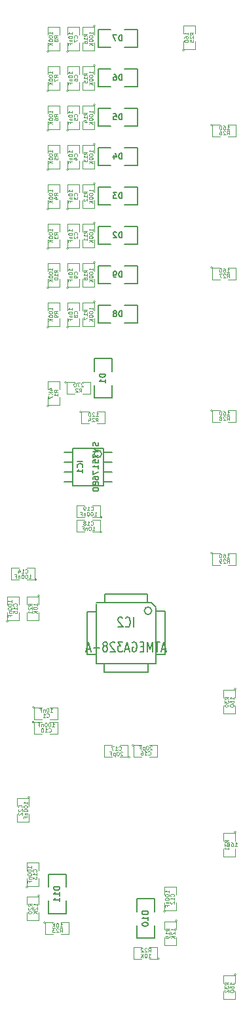
<source format=gbo>
G04 (created by PCBNEW (2013-07-07 BZR 4022)-stable) date 2014.08.18 14:47:36*
%MOIN*%
G04 Gerber Fmt 3.4, Leading zero omitted, Abs format*
%FSLAX34Y34*%
G01*
G70*
G90*
G04 APERTURE LIST*
%ADD10C,0.00590551*%
%ADD11C,0.006*%
%ADD12C,0.005*%
%ADD13C,0.0039*%
%ADD14C,0.008*%
%ADD15C,0.0059*%
%ADD16C,0.0043*%
G04 APERTURE END LIST*
G54D10*
G54D11*
X26520Y-44590D02*
X26970Y-44590D01*
X26520Y-42410D02*
X26960Y-42410D01*
X26520Y-44590D02*
X26520Y-42410D01*
X27400Y-45060D02*
X27400Y-45490D01*
X29610Y-45070D02*
X29610Y-45490D01*
X29620Y-45490D02*
X27400Y-45500D01*
X29600Y-41520D02*
X27430Y-41510D01*
X30030Y-42210D02*
X30030Y-45040D01*
X27420Y-41520D02*
X27420Y-41930D01*
X29780Y-41970D02*
X27000Y-41970D01*
X26980Y-45050D02*
X26980Y-42010D01*
X30030Y-45050D02*
X27030Y-45050D01*
X30480Y-42380D02*
X30480Y-44600D01*
X30480Y-44600D02*
X30030Y-44600D01*
X30026Y-42200D02*
X29796Y-41970D01*
X30478Y-42380D02*
X30026Y-42380D01*
X29600Y-41970D02*
X29600Y-41518D01*
X29806Y-42374D02*
G75*
G03X29806Y-42374I-188J0D01*
G74*
G01*
G54D12*
X25798Y-34118D02*
X27358Y-34118D01*
X27358Y-34118D02*
X27358Y-36018D01*
X27358Y-36018D02*
X25798Y-36018D01*
X25798Y-36018D02*
X25798Y-34118D01*
X25798Y-34318D02*
X25368Y-34318D01*
X25798Y-34818D02*
X25368Y-34818D01*
X25798Y-35318D02*
X25368Y-35318D01*
X25368Y-35818D02*
X25798Y-35818D01*
X27358Y-35818D02*
X27788Y-35818D01*
X27788Y-35318D02*
X27358Y-35318D01*
X27788Y-34818D02*
X27358Y-34818D01*
X27788Y-34318D02*
X27358Y-34318D01*
X27254Y-34408D02*
G75*
G03X27254Y-34408I-186J0D01*
G74*
G01*
X29078Y-18868D02*
X29078Y-19768D01*
X29078Y-19768D02*
X28428Y-19768D01*
X27728Y-18868D02*
X27078Y-18868D01*
X27078Y-18868D02*
X27078Y-19768D01*
X27078Y-19768D02*
X27728Y-19768D01*
X28428Y-18868D02*
X29078Y-18868D01*
X29078Y-20868D02*
X29078Y-21768D01*
X29078Y-21768D02*
X28428Y-21768D01*
X27728Y-20868D02*
X27078Y-20868D01*
X27078Y-20868D02*
X27078Y-21768D01*
X27078Y-21768D02*
X27728Y-21768D01*
X28428Y-20868D02*
X29078Y-20868D01*
X29078Y-22868D02*
X29078Y-23768D01*
X29078Y-23768D02*
X28428Y-23768D01*
X27728Y-22868D02*
X27078Y-22868D01*
X27078Y-22868D02*
X27078Y-23768D01*
X27078Y-23768D02*
X27728Y-23768D01*
X28428Y-22868D02*
X29078Y-22868D01*
X29078Y-12868D02*
X29078Y-13768D01*
X29078Y-13768D02*
X28428Y-13768D01*
X27728Y-12868D02*
X27078Y-12868D01*
X27078Y-12868D02*
X27078Y-13768D01*
X27078Y-13768D02*
X27728Y-13768D01*
X28428Y-12868D02*
X29078Y-12868D01*
X29078Y-16868D02*
X29078Y-17768D01*
X29078Y-17768D02*
X28428Y-17768D01*
X27728Y-16868D02*
X27078Y-16868D01*
X27078Y-16868D02*
X27078Y-17768D01*
X27078Y-17768D02*
X27728Y-17768D01*
X28428Y-16868D02*
X29078Y-16868D01*
X29078Y-14868D02*
X29078Y-15768D01*
X29078Y-15768D02*
X28428Y-15768D01*
X27728Y-14868D02*
X27078Y-14868D01*
X27078Y-14868D02*
X27078Y-15768D01*
X27078Y-15768D02*
X27728Y-15768D01*
X28428Y-14868D02*
X29078Y-14868D01*
X29078Y-26868D02*
X29078Y-27768D01*
X29078Y-27768D02*
X28428Y-27768D01*
X27728Y-26868D02*
X27078Y-26868D01*
X27078Y-26868D02*
X27078Y-27768D01*
X27078Y-27768D02*
X27728Y-27768D01*
X28428Y-26868D02*
X29078Y-26868D01*
X25450Y-57750D02*
X24550Y-57750D01*
X24550Y-57750D02*
X24550Y-57100D01*
X25450Y-56400D02*
X25450Y-55750D01*
X25450Y-55750D02*
X24550Y-55750D01*
X24550Y-55750D02*
X24550Y-56400D01*
X25450Y-57100D02*
X25450Y-57750D01*
X29078Y-24868D02*
X29078Y-25768D01*
X29078Y-25768D02*
X28428Y-25768D01*
X27728Y-24868D02*
X27078Y-24868D01*
X27078Y-24868D02*
X27078Y-25768D01*
X27078Y-25768D02*
X27728Y-25768D01*
X28428Y-24868D02*
X29078Y-24868D01*
X26878Y-29568D02*
X27778Y-29568D01*
X27778Y-29568D02*
X27778Y-30218D01*
X26878Y-30918D02*
X26878Y-31568D01*
X26878Y-31568D02*
X27778Y-31568D01*
X27778Y-31568D02*
X27778Y-30918D01*
X26878Y-30218D02*
X26878Y-29568D01*
X29950Y-59000D02*
X29050Y-59000D01*
X29050Y-59000D02*
X29050Y-58350D01*
X29950Y-57650D02*
X29950Y-57000D01*
X29950Y-57000D02*
X29050Y-57000D01*
X29050Y-57000D02*
X29050Y-57650D01*
X29950Y-58350D02*
X29950Y-59000D01*
G54D13*
X23600Y-51850D02*
G75*
G03X23600Y-51850I-50J0D01*
G74*
G01*
X23550Y-52300D02*
X23550Y-51900D01*
X23550Y-51900D02*
X22950Y-51900D01*
X22950Y-51900D02*
X22950Y-52300D01*
X22950Y-52700D02*
X22950Y-53100D01*
X22950Y-53100D02*
X23550Y-53100D01*
X23550Y-53100D02*
X23550Y-52700D01*
X24100Y-41600D02*
G75*
G03X24100Y-41600I-50J0D01*
G74*
G01*
X24050Y-42050D02*
X24050Y-41650D01*
X24050Y-41650D02*
X23450Y-41650D01*
X23450Y-41650D02*
X23450Y-42050D01*
X23450Y-42450D02*
X23450Y-42850D01*
X23450Y-42850D02*
X24050Y-42850D01*
X24050Y-42850D02*
X24050Y-42450D01*
X23950Y-40800D02*
G75*
G03X23950Y-40800I-50J0D01*
G74*
G01*
X23450Y-40800D02*
X23850Y-40800D01*
X23850Y-40800D02*
X23850Y-40200D01*
X23850Y-40200D02*
X23450Y-40200D01*
X23050Y-40200D02*
X22650Y-40200D01*
X22650Y-40200D02*
X22650Y-40800D01*
X22650Y-40800D02*
X23050Y-40800D01*
X26228Y-32268D02*
G75*
G03X26228Y-32268I-50J0D01*
G74*
G01*
X26628Y-32268D02*
X26228Y-32268D01*
X26228Y-32268D02*
X26228Y-32868D01*
X26228Y-32868D02*
X26628Y-32868D01*
X27028Y-32868D02*
X27428Y-32868D01*
X27428Y-32868D02*
X27428Y-32268D01*
X27428Y-32268D02*
X27028Y-32268D01*
X22500Y-42900D02*
G75*
G03X22500Y-42900I-50J0D01*
G74*
G01*
X22450Y-42450D02*
X22450Y-42850D01*
X22450Y-42850D02*
X23050Y-42850D01*
X23050Y-42850D02*
X23050Y-42450D01*
X23050Y-42050D02*
X23050Y-41650D01*
X23050Y-41650D02*
X22450Y-41650D01*
X22450Y-41650D02*
X22450Y-42050D01*
X28900Y-49200D02*
G75*
G03X28900Y-49200I-50J0D01*
G74*
G01*
X29300Y-49200D02*
X28900Y-49200D01*
X28900Y-49200D02*
X28900Y-49800D01*
X28900Y-49800D02*
X29300Y-49800D01*
X29700Y-49800D02*
X30100Y-49800D01*
X30100Y-49800D02*
X30100Y-49200D01*
X30100Y-49200D02*
X29700Y-49200D01*
X23500Y-56400D02*
G75*
G03X23500Y-56400I-50J0D01*
G74*
G01*
X23450Y-55950D02*
X23450Y-56350D01*
X23450Y-56350D02*
X24050Y-56350D01*
X24050Y-56350D02*
X24050Y-55950D01*
X24050Y-55550D02*
X24050Y-55150D01*
X24050Y-55150D02*
X23450Y-55150D01*
X23450Y-55150D02*
X23450Y-55550D01*
X30500Y-57650D02*
G75*
G03X30500Y-57650I-50J0D01*
G74*
G01*
X30450Y-57200D02*
X30450Y-57600D01*
X30450Y-57600D02*
X31050Y-57600D01*
X31050Y-57600D02*
X31050Y-57200D01*
X31050Y-56800D02*
X31050Y-56400D01*
X31050Y-56400D02*
X30450Y-56400D01*
X30450Y-56400D02*
X30450Y-56800D01*
X23831Y-48028D02*
G75*
G03X23831Y-48028I-50J0D01*
G74*
G01*
X24231Y-48028D02*
X23831Y-48028D01*
X23831Y-48028D02*
X23831Y-48628D01*
X23831Y-48628D02*
X24231Y-48628D01*
X24631Y-48628D02*
X25031Y-48628D01*
X25031Y-48628D02*
X25031Y-48028D01*
X25031Y-48028D02*
X24631Y-48028D01*
X23831Y-47278D02*
G75*
G03X23831Y-47278I-50J0D01*
G74*
G01*
X24231Y-47278D02*
X23831Y-47278D01*
X23831Y-47278D02*
X23831Y-47878D01*
X23831Y-47878D02*
X24231Y-47878D01*
X24631Y-47878D02*
X25031Y-47878D01*
X25031Y-47878D02*
X25031Y-47278D01*
X25031Y-47278D02*
X24631Y-47278D01*
X27278Y-37618D02*
G75*
G03X27278Y-37618I-50J0D01*
G74*
G01*
X26778Y-37618D02*
X27178Y-37618D01*
X27178Y-37618D02*
X27178Y-37018D01*
X27178Y-37018D02*
X26778Y-37018D01*
X26378Y-37018D02*
X25978Y-37018D01*
X25978Y-37018D02*
X25978Y-37618D01*
X25978Y-37618D02*
X26378Y-37618D01*
X27278Y-38368D02*
G75*
G03X27278Y-38368I-50J0D01*
G74*
G01*
X26778Y-38368D02*
X27178Y-38368D01*
X27178Y-38368D02*
X27178Y-37768D01*
X27178Y-37768D02*
X26778Y-37768D01*
X26378Y-37768D02*
X25978Y-37768D01*
X25978Y-37768D02*
X25978Y-38368D01*
X25978Y-38368D02*
X26378Y-38368D01*
X24100Y-56850D02*
G75*
G03X24100Y-56850I-50J0D01*
G74*
G01*
X24050Y-57300D02*
X24050Y-56900D01*
X24050Y-56900D02*
X23450Y-56900D01*
X23450Y-56900D02*
X23450Y-57300D01*
X23450Y-57700D02*
X23450Y-58100D01*
X23450Y-58100D02*
X24050Y-58100D01*
X24050Y-58100D02*
X24050Y-57700D01*
X31100Y-58100D02*
G75*
G03X31100Y-58100I-50J0D01*
G74*
G01*
X31050Y-58550D02*
X31050Y-58150D01*
X31050Y-58150D02*
X30450Y-58150D01*
X30450Y-58150D02*
X30450Y-58550D01*
X30450Y-58950D02*
X30450Y-59350D01*
X30450Y-59350D02*
X31050Y-59350D01*
X31050Y-59350D02*
X31050Y-58950D01*
X24578Y-31968D02*
G75*
G03X24578Y-31968I-50J0D01*
G74*
G01*
X24528Y-31518D02*
X24528Y-31918D01*
X24528Y-31918D02*
X25128Y-31918D01*
X25128Y-31918D02*
X25128Y-31518D01*
X25128Y-31118D02*
X25128Y-30718D01*
X25128Y-30718D02*
X24528Y-30718D01*
X24528Y-30718D02*
X24528Y-31118D01*
X25478Y-30768D02*
G75*
G03X25478Y-30768I-50J0D01*
G74*
G01*
X25878Y-30768D02*
X25478Y-30768D01*
X25478Y-30768D02*
X25478Y-31368D01*
X25478Y-31368D02*
X25878Y-31368D01*
X26278Y-31368D02*
X26678Y-31368D01*
X26678Y-31368D02*
X26678Y-30768D01*
X26678Y-30768D02*
X26278Y-30768D01*
X32900Y-32200D02*
G75*
G03X32900Y-32200I-50J0D01*
G74*
G01*
X33300Y-32200D02*
X32900Y-32200D01*
X32900Y-32200D02*
X32900Y-32800D01*
X32900Y-32800D02*
X33300Y-32800D01*
X33700Y-32800D02*
X34100Y-32800D01*
X34100Y-32800D02*
X34100Y-32200D01*
X34100Y-32200D02*
X33700Y-32200D01*
X24578Y-17968D02*
G75*
G03X24578Y-17968I-50J0D01*
G74*
G01*
X24528Y-17518D02*
X24528Y-17918D01*
X24528Y-17918D02*
X25128Y-17918D01*
X25128Y-17918D02*
X25128Y-17518D01*
X25128Y-17118D02*
X25128Y-16718D01*
X25128Y-16718D02*
X24528Y-16718D01*
X24528Y-16718D02*
X24528Y-17118D01*
X25578Y-19968D02*
G75*
G03X25578Y-19968I-50J0D01*
G74*
G01*
X25528Y-19518D02*
X25528Y-19918D01*
X25528Y-19918D02*
X26128Y-19918D01*
X26128Y-19918D02*
X26128Y-19518D01*
X26128Y-19118D02*
X26128Y-18718D01*
X26128Y-18718D02*
X25528Y-18718D01*
X25528Y-18718D02*
X25528Y-19118D01*
X26928Y-18668D02*
G75*
G03X26928Y-18668I-50J0D01*
G74*
G01*
X26878Y-19118D02*
X26878Y-18718D01*
X26878Y-18718D02*
X26278Y-18718D01*
X26278Y-18718D02*
X26278Y-19118D01*
X26278Y-19518D02*
X26278Y-19918D01*
X26278Y-19918D02*
X26878Y-19918D01*
X26878Y-19918D02*
X26878Y-19518D01*
X24578Y-19968D02*
G75*
G03X24578Y-19968I-50J0D01*
G74*
G01*
X24528Y-19518D02*
X24528Y-19918D01*
X24528Y-19918D02*
X25128Y-19918D01*
X25128Y-19918D02*
X25128Y-19518D01*
X25128Y-19118D02*
X25128Y-18718D01*
X25128Y-18718D02*
X24528Y-18718D01*
X24528Y-18718D02*
X24528Y-19118D01*
X25578Y-21968D02*
G75*
G03X25578Y-21968I-50J0D01*
G74*
G01*
X25528Y-21518D02*
X25528Y-21918D01*
X25528Y-21918D02*
X26128Y-21918D01*
X26128Y-21918D02*
X26128Y-21518D01*
X26128Y-21118D02*
X26128Y-20718D01*
X26128Y-20718D02*
X25528Y-20718D01*
X25528Y-20718D02*
X25528Y-21118D01*
X26928Y-20668D02*
G75*
G03X26928Y-20668I-50J0D01*
G74*
G01*
X26878Y-21118D02*
X26878Y-20718D01*
X26878Y-20718D02*
X26278Y-20718D01*
X26278Y-20718D02*
X26278Y-21118D01*
X26278Y-21518D02*
X26278Y-21918D01*
X26278Y-21918D02*
X26878Y-21918D01*
X26878Y-21918D02*
X26878Y-21518D01*
X24578Y-21968D02*
G75*
G03X24578Y-21968I-50J0D01*
G74*
G01*
X24528Y-21518D02*
X24528Y-21918D01*
X24528Y-21918D02*
X25128Y-21918D01*
X25128Y-21918D02*
X25128Y-21518D01*
X25128Y-21118D02*
X25128Y-20718D01*
X25128Y-20718D02*
X24528Y-20718D01*
X24528Y-20718D02*
X24528Y-21118D01*
X25578Y-23968D02*
G75*
G03X25578Y-23968I-50J0D01*
G74*
G01*
X25528Y-23518D02*
X25528Y-23918D01*
X25528Y-23918D02*
X26128Y-23918D01*
X26128Y-23918D02*
X26128Y-23518D01*
X26128Y-23118D02*
X26128Y-22718D01*
X26128Y-22718D02*
X25528Y-22718D01*
X25528Y-22718D02*
X25528Y-23118D01*
X26928Y-22668D02*
G75*
G03X26928Y-22668I-50J0D01*
G74*
G01*
X26878Y-23118D02*
X26878Y-22718D01*
X26878Y-22718D02*
X26278Y-22718D01*
X26278Y-22718D02*
X26278Y-23118D01*
X26278Y-23518D02*
X26278Y-23918D01*
X26278Y-23918D02*
X26878Y-23918D01*
X26878Y-23918D02*
X26878Y-23518D01*
X24578Y-23968D02*
G75*
G03X24578Y-23968I-50J0D01*
G74*
G01*
X24528Y-23518D02*
X24528Y-23918D01*
X24528Y-23918D02*
X25128Y-23918D01*
X25128Y-23918D02*
X25128Y-23518D01*
X25128Y-23118D02*
X25128Y-22718D01*
X25128Y-22718D02*
X24528Y-22718D01*
X24528Y-22718D02*
X24528Y-23118D01*
X28700Y-49800D02*
G75*
G03X28700Y-49800I-50J0D01*
G74*
G01*
X28200Y-49800D02*
X28600Y-49800D01*
X28600Y-49800D02*
X28600Y-49200D01*
X28600Y-49200D02*
X28200Y-49200D01*
X27800Y-49200D02*
X27400Y-49200D01*
X27400Y-49200D02*
X27400Y-49800D01*
X27400Y-49800D02*
X27800Y-49800D01*
X32900Y-24950D02*
G75*
G03X32900Y-24950I-50J0D01*
G74*
G01*
X33300Y-24950D02*
X32900Y-24950D01*
X32900Y-24950D02*
X32900Y-25550D01*
X32900Y-25550D02*
X33300Y-25550D01*
X33700Y-25550D02*
X34100Y-25550D01*
X34100Y-25550D02*
X34100Y-24950D01*
X34100Y-24950D02*
X33700Y-24950D01*
X34100Y-60850D02*
G75*
G03X34100Y-60850I-50J0D01*
G74*
G01*
X34050Y-61300D02*
X34050Y-60900D01*
X34050Y-60900D02*
X33450Y-60900D01*
X33450Y-60900D02*
X33450Y-61300D01*
X33450Y-61700D02*
X33450Y-62100D01*
X33450Y-62100D02*
X34050Y-62100D01*
X34050Y-62100D02*
X34050Y-61700D01*
X34100Y-53600D02*
G75*
G03X34100Y-53600I-50J0D01*
G74*
G01*
X34050Y-54050D02*
X34050Y-53650D01*
X34050Y-53650D02*
X33450Y-53650D01*
X33450Y-53650D02*
X33450Y-54050D01*
X33450Y-54450D02*
X33450Y-54850D01*
X33450Y-54850D02*
X34050Y-54850D01*
X34050Y-54850D02*
X34050Y-54450D01*
X34100Y-46350D02*
G75*
G03X34100Y-46350I-50J0D01*
G74*
G01*
X34050Y-46800D02*
X34050Y-46400D01*
X34050Y-46400D02*
X33450Y-46400D01*
X33450Y-46400D02*
X33450Y-46800D01*
X33450Y-47200D02*
X33450Y-47600D01*
X33450Y-47600D02*
X34050Y-47600D01*
X34050Y-47600D02*
X34050Y-47200D01*
X32900Y-39450D02*
G75*
G03X32900Y-39450I-50J0D01*
G74*
G01*
X33300Y-39450D02*
X32900Y-39450D01*
X32900Y-39450D02*
X32900Y-40050D01*
X32900Y-40050D02*
X33300Y-40050D01*
X33700Y-40050D02*
X34100Y-40050D01*
X34100Y-40050D02*
X34100Y-39450D01*
X34100Y-39450D02*
X33700Y-39450D01*
X32900Y-17700D02*
G75*
G03X32900Y-17700I-50J0D01*
G74*
G01*
X33300Y-17700D02*
X32900Y-17700D01*
X32900Y-17700D02*
X32900Y-18300D01*
X32900Y-18300D02*
X33300Y-18300D01*
X33700Y-18300D02*
X34100Y-18300D01*
X34100Y-18300D02*
X34100Y-17700D01*
X34100Y-17700D02*
X33700Y-17700D01*
X31480Y-13905D02*
G75*
G03X31480Y-13905I-50J0D01*
G74*
G01*
X31430Y-13455D02*
X31430Y-13855D01*
X31430Y-13855D02*
X32030Y-13855D01*
X32030Y-13855D02*
X32030Y-13455D01*
X32030Y-13055D02*
X32030Y-12655D01*
X32030Y-12655D02*
X31430Y-12655D01*
X31430Y-12655D02*
X31430Y-13055D01*
X26928Y-16668D02*
G75*
G03X26928Y-16668I-50J0D01*
G74*
G01*
X26878Y-17118D02*
X26878Y-16718D01*
X26878Y-16718D02*
X26278Y-16718D01*
X26278Y-16718D02*
X26278Y-17118D01*
X26278Y-17518D02*
X26278Y-17918D01*
X26278Y-17918D02*
X26878Y-17918D01*
X26878Y-17918D02*
X26878Y-17518D01*
X25578Y-25968D02*
G75*
G03X25578Y-25968I-50J0D01*
G74*
G01*
X25528Y-25518D02*
X25528Y-25918D01*
X25528Y-25918D02*
X26128Y-25918D01*
X26128Y-25918D02*
X26128Y-25518D01*
X26128Y-25118D02*
X26128Y-24718D01*
X26128Y-24718D02*
X25528Y-24718D01*
X25528Y-24718D02*
X25528Y-25118D01*
X26928Y-24668D02*
G75*
G03X26928Y-24668I-50J0D01*
G74*
G01*
X26878Y-25118D02*
X26878Y-24718D01*
X26878Y-24718D02*
X26278Y-24718D01*
X26278Y-24718D02*
X26278Y-25118D01*
X26278Y-25518D02*
X26278Y-25918D01*
X26278Y-25918D02*
X26878Y-25918D01*
X26878Y-25918D02*
X26878Y-25518D01*
X24578Y-25968D02*
G75*
G03X24578Y-25968I-50J0D01*
G74*
G01*
X24528Y-25518D02*
X24528Y-25918D01*
X24528Y-25918D02*
X25128Y-25918D01*
X25128Y-25918D02*
X25128Y-25518D01*
X25128Y-25118D02*
X25128Y-24718D01*
X25128Y-24718D02*
X24528Y-24718D01*
X24528Y-24718D02*
X24528Y-25118D01*
X25578Y-27968D02*
G75*
G03X25578Y-27968I-50J0D01*
G74*
G01*
X25528Y-27518D02*
X25528Y-27918D01*
X25528Y-27918D02*
X26128Y-27918D01*
X26128Y-27918D02*
X26128Y-27518D01*
X26128Y-27118D02*
X26128Y-26718D01*
X26128Y-26718D02*
X25528Y-26718D01*
X25528Y-26718D02*
X25528Y-27118D01*
X26928Y-26668D02*
G75*
G03X26928Y-26668I-50J0D01*
G74*
G01*
X26878Y-27118D02*
X26878Y-26718D01*
X26878Y-26718D02*
X26278Y-26718D01*
X26278Y-26718D02*
X26278Y-27118D01*
X26278Y-27518D02*
X26278Y-27918D01*
X26278Y-27918D02*
X26878Y-27918D01*
X26878Y-27918D02*
X26878Y-27518D01*
X24578Y-27968D02*
G75*
G03X24578Y-27968I-50J0D01*
G74*
G01*
X24528Y-27518D02*
X24528Y-27918D01*
X24528Y-27918D02*
X25128Y-27918D01*
X25128Y-27918D02*
X25128Y-27518D01*
X25128Y-27118D02*
X25128Y-26718D01*
X25128Y-26718D02*
X24528Y-26718D01*
X24528Y-26718D02*
X24528Y-27118D01*
X25578Y-13968D02*
G75*
G03X25578Y-13968I-50J0D01*
G74*
G01*
X25528Y-13518D02*
X25528Y-13918D01*
X25528Y-13918D02*
X26128Y-13918D01*
X26128Y-13918D02*
X26128Y-13518D01*
X26128Y-13118D02*
X26128Y-12718D01*
X26128Y-12718D02*
X25528Y-12718D01*
X25528Y-12718D02*
X25528Y-13118D01*
X26928Y-12668D02*
G75*
G03X26928Y-12668I-50J0D01*
G74*
G01*
X26878Y-13118D02*
X26878Y-12718D01*
X26878Y-12718D02*
X26278Y-12718D01*
X26278Y-12718D02*
X26278Y-13118D01*
X26278Y-13518D02*
X26278Y-13918D01*
X26278Y-13918D02*
X26878Y-13918D01*
X26878Y-13918D02*
X26878Y-13518D01*
X24578Y-13968D02*
G75*
G03X24578Y-13968I-50J0D01*
G74*
G01*
X24528Y-13518D02*
X24528Y-13918D01*
X24528Y-13918D02*
X25128Y-13918D01*
X25128Y-13918D02*
X25128Y-13518D01*
X25128Y-13118D02*
X25128Y-12718D01*
X25128Y-12718D02*
X24528Y-12718D01*
X24528Y-12718D02*
X24528Y-13118D01*
X25578Y-15968D02*
G75*
G03X25578Y-15968I-50J0D01*
G74*
G01*
X25528Y-15518D02*
X25528Y-15918D01*
X25528Y-15918D02*
X26128Y-15918D01*
X26128Y-15918D02*
X26128Y-15518D01*
X26128Y-15118D02*
X26128Y-14718D01*
X26128Y-14718D02*
X25528Y-14718D01*
X25528Y-14718D02*
X25528Y-15118D01*
X26928Y-14668D02*
G75*
G03X26928Y-14668I-50J0D01*
G74*
G01*
X26878Y-15118D02*
X26878Y-14718D01*
X26878Y-14718D02*
X26278Y-14718D01*
X26278Y-14718D02*
X26278Y-15118D01*
X26278Y-15518D02*
X26278Y-15918D01*
X26278Y-15918D02*
X26878Y-15918D01*
X26878Y-15918D02*
X26878Y-15518D01*
X24578Y-15968D02*
G75*
G03X24578Y-15968I-50J0D01*
G74*
G01*
X24528Y-15518D02*
X24528Y-15918D01*
X24528Y-15918D02*
X25128Y-15918D01*
X25128Y-15918D02*
X25128Y-15518D01*
X25128Y-15118D02*
X25128Y-14718D01*
X25128Y-14718D02*
X24528Y-14718D01*
X24528Y-14718D02*
X24528Y-15118D01*
X25578Y-17968D02*
G75*
G03X25578Y-17968I-50J0D01*
G74*
G01*
X25528Y-17518D02*
X25528Y-17918D01*
X25528Y-17918D02*
X26128Y-17918D01*
X26128Y-17918D02*
X26128Y-17518D01*
X26128Y-17118D02*
X26128Y-16718D01*
X26128Y-16718D02*
X25528Y-16718D01*
X25528Y-16718D02*
X25528Y-17118D01*
X24400Y-58200D02*
G75*
G03X24400Y-58200I-50J0D01*
G74*
G01*
X24800Y-58200D02*
X24400Y-58200D01*
X24400Y-58200D02*
X24400Y-58800D01*
X24400Y-58800D02*
X24800Y-58800D01*
X25200Y-58800D02*
X25600Y-58800D01*
X25600Y-58800D02*
X25600Y-58200D01*
X25600Y-58200D02*
X25200Y-58200D01*
X30200Y-60050D02*
G75*
G03X30200Y-60050I-50J0D01*
G74*
G01*
X29700Y-60050D02*
X30100Y-60050D01*
X30100Y-60050D02*
X30100Y-59450D01*
X30100Y-59450D02*
X29700Y-59450D01*
X29300Y-59450D02*
X28900Y-59450D01*
X28900Y-59450D02*
X28900Y-60050D01*
X28900Y-60050D02*
X29300Y-60050D01*
G54D14*
X28890Y-43202D02*
X28890Y-42702D01*
X28471Y-43154D02*
X28490Y-43178D01*
X28547Y-43202D01*
X28585Y-43202D01*
X28642Y-43178D01*
X28680Y-43130D01*
X28699Y-43083D01*
X28719Y-42988D01*
X28719Y-42916D01*
X28699Y-42821D01*
X28680Y-42773D01*
X28642Y-42726D01*
X28585Y-42702D01*
X28547Y-42702D01*
X28490Y-42726D01*
X28471Y-42750D01*
X28319Y-42750D02*
X28299Y-42726D01*
X28261Y-42702D01*
X28166Y-42702D01*
X28128Y-42726D01*
X28109Y-42750D01*
X28090Y-42797D01*
X28090Y-42845D01*
X28109Y-42916D01*
X28338Y-43202D01*
X28090Y-43202D01*
X30519Y-44309D02*
X30328Y-44309D01*
X30557Y-44452D02*
X30423Y-43952D01*
X30290Y-44452D01*
X30214Y-43952D02*
X29985Y-43952D01*
X30099Y-44452D02*
X30099Y-43952D01*
X29852Y-44452D02*
X29852Y-43952D01*
X29719Y-44309D01*
X29585Y-43952D01*
X29585Y-44452D01*
X29395Y-44190D02*
X29261Y-44190D01*
X29204Y-44452D02*
X29395Y-44452D01*
X29395Y-43952D01*
X29204Y-43952D01*
X28823Y-43976D02*
X28861Y-43952D01*
X28919Y-43952D01*
X28976Y-43976D01*
X29014Y-44023D01*
X29033Y-44071D01*
X29052Y-44166D01*
X29052Y-44238D01*
X29033Y-44333D01*
X29014Y-44380D01*
X28976Y-44428D01*
X28919Y-44452D01*
X28880Y-44452D01*
X28823Y-44428D01*
X28804Y-44404D01*
X28804Y-44238D01*
X28880Y-44238D01*
X28652Y-44309D02*
X28461Y-44309D01*
X28690Y-44452D02*
X28557Y-43952D01*
X28423Y-44452D01*
X28328Y-43952D02*
X28080Y-43952D01*
X28214Y-44142D01*
X28157Y-44142D01*
X28119Y-44166D01*
X28100Y-44190D01*
X28080Y-44238D01*
X28080Y-44357D01*
X28100Y-44404D01*
X28119Y-44428D01*
X28157Y-44452D01*
X28271Y-44452D01*
X28309Y-44428D01*
X28328Y-44404D01*
X27928Y-44000D02*
X27909Y-43976D01*
X27871Y-43952D01*
X27776Y-43952D01*
X27738Y-43976D01*
X27719Y-44000D01*
X27700Y-44047D01*
X27700Y-44095D01*
X27719Y-44166D01*
X27947Y-44452D01*
X27700Y-44452D01*
X27471Y-44166D02*
X27509Y-44142D01*
X27528Y-44119D01*
X27547Y-44071D01*
X27547Y-44047D01*
X27528Y-44000D01*
X27509Y-43976D01*
X27471Y-43952D01*
X27395Y-43952D01*
X27357Y-43976D01*
X27338Y-44000D01*
X27319Y-44047D01*
X27319Y-44071D01*
X27338Y-44119D01*
X27357Y-44142D01*
X27395Y-44166D01*
X27471Y-44166D01*
X27509Y-44190D01*
X27528Y-44214D01*
X27547Y-44261D01*
X27547Y-44357D01*
X27528Y-44404D01*
X27509Y-44428D01*
X27471Y-44452D01*
X27395Y-44452D01*
X27357Y-44428D01*
X27338Y-44404D01*
X27319Y-44357D01*
X27319Y-44261D01*
X27338Y-44214D01*
X27357Y-44190D01*
X27395Y-44166D01*
X27147Y-44261D02*
X26842Y-44261D01*
X26671Y-44309D02*
X26480Y-44309D01*
X26709Y-44452D02*
X26576Y-43952D01*
X26442Y-44452D01*
G54D15*
X26298Y-34780D02*
X26003Y-34780D01*
X26270Y-35089D02*
X26284Y-35075D01*
X26298Y-35033D01*
X26298Y-35005D01*
X26284Y-34963D01*
X26256Y-34935D01*
X26227Y-34921D01*
X26171Y-34907D01*
X26129Y-34907D01*
X26073Y-34921D01*
X26045Y-34935D01*
X26017Y-34963D01*
X26003Y-35005D01*
X26003Y-35033D01*
X26017Y-35075D01*
X26031Y-35089D01*
X26298Y-35370D02*
X26298Y-35202D01*
X26298Y-35286D02*
X26003Y-35286D01*
X26045Y-35258D01*
X26073Y-35230D01*
X26087Y-35202D01*
X27084Y-33832D02*
X27098Y-33874D01*
X27098Y-33945D01*
X27084Y-33973D01*
X27070Y-33987D01*
X27041Y-34001D01*
X27013Y-34001D01*
X26985Y-33987D01*
X26971Y-33973D01*
X26957Y-33945D01*
X26943Y-33888D01*
X26929Y-33860D01*
X26915Y-33846D01*
X26887Y-33832D01*
X26859Y-33832D01*
X26831Y-33846D01*
X26817Y-33860D01*
X26803Y-33888D01*
X26803Y-33959D01*
X26817Y-34001D01*
X27098Y-34127D02*
X26803Y-34127D01*
X27098Y-34296D01*
X26803Y-34296D01*
X26803Y-34408D02*
X26803Y-34605D01*
X27098Y-34478D01*
X26803Y-34858D02*
X26803Y-34717D01*
X26943Y-34703D01*
X26929Y-34717D01*
X26915Y-34745D01*
X26915Y-34816D01*
X26929Y-34844D01*
X26943Y-34858D01*
X26971Y-34872D01*
X27041Y-34872D01*
X27070Y-34858D01*
X27084Y-34844D01*
X27098Y-34816D01*
X27098Y-34745D01*
X27084Y-34717D01*
X27070Y-34703D01*
X27098Y-35153D02*
X27098Y-34984D01*
X27098Y-35068D02*
X26803Y-35068D01*
X26845Y-35040D01*
X26873Y-35012D01*
X26887Y-34984D01*
X26803Y-35251D02*
X26803Y-35448D01*
X27098Y-35321D01*
X26803Y-35686D02*
X26803Y-35630D01*
X26817Y-35602D01*
X26831Y-35588D01*
X26873Y-35560D01*
X26929Y-35546D01*
X27041Y-35546D01*
X27070Y-35560D01*
X27084Y-35574D01*
X27098Y-35602D01*
X27098Y-35658D01*
X27084Y-35686D01*
X27070Y-35701D01*
X27041Y-35715D01*
X26971Y-35715D01*
X26943Y-35701D01*
X26929Y-35686D01*
X26915Y-35658D01*
X26915Y-35602D01*
X26929Y-35574D01*
X26943Y-35560D01*
X26971Y-35546D01*
X26943Y-35939D02*
X26957Y-35981D01*
X26971Y-35996D01*
X26999Y-36010D01*
X27041Y-36010D01*
X27070Y-35996D01*
X27084Y-35981D01*
X27098Y-35953D01*
X27098Y-35841D01*
X26803Y-35841D01*
X26803Y-35939D01*
X26817Y-35967D01*
X26831Y-35981D01*
X26859Y-35996D01*
X26887Y-35996D01*
X26915Y-35981D01*
X26929Y-35967D01*
X26943Y-35939D01*
X26943Y-35841D01*
X27098Y-36136D02*
X26803Y-36136D01*
X26803Y-36206D01*
X26817Y-36248D01*
X26845Y-36276D01*
X26873Y-36291D01*
X26929Y-36305D01*
X26971Y-36305D01*
X27027Y-36291D01*
X27056Y-36276D01*
X27084Y-36248D01*
X27098Y-36206D01*
X27098Y-36136D01*
G54D12*
X28300Y-19440D02*
X28300Y-19140D01*
X28228Y-19140D01*
X28185Y-19154D01*
X28157Y-19183D01*
X28143Y-19211D01*
X28128Y-19268D01*
X28128Y-19311D01*
X28143Y-19368D01*
X28157Y-19397D01*
X28185Y-19426D01*
X28228Y-19440D01*
X28300Y-19440D01*
X27871Y-19240D02*
X27871Y-19440D01*
X27943Y-19126D02*
X28014Y-19340D01*
X27828Y-19340D01*
X28300Y-21440D02*
X28300Y-21140D01*
X28228Y-21140D01*
X28185Y-21154D01*
X28157Y-21183D01*
X28143Y-21211D01*
X28128Y-21268D01*
X28128Y-21311D01*
X28143Y-21368D01*
X28157Y-21397D01*
X28185Y-21426D01*
X28228Y-21440D01*
X28300Y-21440D01*
X28028Y-21140D02*
X27843Y-21140D01*
X27943Y-21254D01*
X27900Y-21254D01*
X27871Y-21268D01*
X27857Y-21283D01*
X27843Y-21311D01*
X27843Y-21383D01*
X27857Y-21411D01*
X27871Y-21426D01*
X27900Y-21440D01*
X27985Y-21440D01*
X28014Y-21426D01*
X28028Y-21411D01*
X28300Y-23440D02*
X28300Y-23140D01*
X28228Y-23140D01*
X28185Y-23154D01*
X28157Y-23183D01*
X28143Y-23211D01*
X28128Y-23268D01*
X28128Y-23311D01*
X28143Y-23368D01*
X28157Y-23397D01*
X28185Y-23426D01*
X28228Y-23440D01*
X28300Y-23440D01*
X28014Y-23168D02*
X28000Y-23154D01*
X27971Y-23140D01*
X27900Y-23140D01*
X27871Y-23154D01*
X27857Y-23168D01*
X27843Y-23197D01*
X27843Y-23226D01*
X27857Y-23268D01*
X28028Y-23440D01*
X27843Y-23440D01*
X28300Y-13440D02*
X28300Y-13140D01*
X28228Y-13140D01*
X28185Y-13154D01*
X28157Y-13183D01*
X28143Y-13211D01*
X28128Y-13268D01*
X28128Y-13311D01*
X28143Y-13368D01*
X28157Y-13397D01*
X28185Y-13426D01*
X28228Y-13440D01*
X28300Y-13440D01*
X28028Y-13140D02*
X27828Y-13140D01*
X27957Y-13440D01*
X28300Y-17440D02*
X28300Y-17140D01*
X28228Y-17140D01*
X28185Y-17154D01*
X28157Y-17183D01*
X28143Y-17211D01*
X28128Y-17268D01*
X28128Y-17311D01*
X28143Y-17368D01*
X28157Y-17397D01*
X28185Y-17426D01*
X28228Y-17440D01*
X28300Y-17440D01*
X27857Y-17140D02*
X28000Y-17140D01*
X28014Y-17283D01*
X28000Y-17268D01*
X27971Y-17254D01*
X27900Y-17254D01*
X27871Y-17268D01*
X27857Y-17283D01*
X27843Y-17311D01*
X27843Y-17383D01*
X27857Y-17411D01*
X27871Y-17426D01*
X27900Y-17440D01*
X27971Y-17440D01*
X28000Y-17426D01*
X28014Y-17411D01*
X28300Y-15440D02*
X28300Y-15140D01*
X28228Y-15140D01*
X28185Y-15154D01*
X28157Y-15183D01*
X28143Y-15211D01*
X28128Y-15268D01*
X28128Y-15311D01*
X28143Y-15368D01*
X28157Y-15397D01*
X28185Y-15426D01*
X28228Y-15440D01*
X28300Y-15440D01*
X27871Y-15140D02*
X27928Y-15140D01*
X27957Y-15154D01*
X27971Y-15168D01*
X28000Y-15211D01*
X28014Y-15268D01*
X28014Y-15383D01*
X28000Y-15411D01*
X27985Y-15426D01*
X27957Y-15440D01*
X27900Y-15440D01*
X27871Y-15426D01*
X27857Y-15411D01*
X27843Y-15383D01*
X27843Y-15311D01*
X27857Y-15283D01*
X27871Y-15268D01*
X27900Y-15254D01*
X27957Y-15254D01*
X27985Y-15268D01*
X28000Y-15283D01*
X28014Y-15311D01*
X28300Y-27440D02*
X28300Y-27140D01*
X28228Y-27140D01*
X28185Y-27154D01*
X28157Y-27183D01*
X28143Y-27211D01*
X28128Y-27268D01*
X28128Y-27311D01*
X28143Y-27368D01*
X28157Y-27397D01*
X28185Y-27426D01*
X28228Y-27440D01*
X28300Y-27440D01*
X27957Y-27268D02*
X27985Y-27254D01*
X28000Y-27240D01*
X28014Y-27211D01*
X28014Y-27197D01*
X28000Y-27168D01*
X27985Y-27154D01*
X27957Y-27140D01*
X27900Y-27140D01*
X27871Y-27154D01*
X27857Y-27168D01*
X27843Y-27197D01*
X27843Y-27211D01*
X27857Y-27240D01*
X27871Y-27254D01*
X27900Y-27268D01*
X27957Y-27268D01*
X27985Y-27283D01*
X28000Y-27297D01*
X28014Y-27326D01*
X28014Y-27383D01*
X28000Y-27411D01*
X27985Y-27426D01*
X27957Y-27440D01*
X27900Y-27440D01*
X27871Y-27426D01*
X27857Y-27411D01*
X27843Y-27383D01*
X27843Y-27326D01*
X27857Y-27297D01*
X27871Y-27283D01*
X27900Y-27268D01*
X25121Y-56385D02*
X24821Y-56385D01*
X24821Y-56457D01*
X24835Y-56500D01*
X24864Y-56528D01*
X24892Y-56542D01*
X24950Y-56557D01*
X24992Y-56557D01*
X25050Y-56542D01*
X25078Y-56528D01*
X25107Y-56500D01*
X25121Y-56457D01*
X25121Y-56385D01*
X25121Y-56842D02*
X25121Y-56671D01*
X25121Y-56757D02*
X24821Y-56757D01*
X24864Y-56728D01*
X24892Y-56700D01*
X24907Y-56671D01*
X25121Y-57128D02*
X25121Y-56957D01*
X25121Y-57042D02*
X24821Y-57042D01*
X24864Y-57014D01*
X24892Y-56985D01*
X24907Y-56957D01*
X28300Y-25440D02*
X28300Y-25140D01*
X28228Y-25140D01*
X28185Y-25154D01*
X28157Y-25183D01*
X28143Y-25211D01*
X28128Y-25268D01*
X28128Y-25311D01*
X28143Y-25368D01*
X28157Y-25397D01*
X28185Y-25426D01*
X28228Y-25440D01*
X28300Y-25440D01*
X27985Y-25440D02*
X27928Y-25440D01*
X27900Y-25426D01*
X27885Y-25411D01*
X27857Y-25368D01*
X27843Y-25311D01*
X27843Y-25197D01*
X27857Y-25168D01*
X27871Y-25154D01*
X27900Y-25140D01*
X27957Y-25140D01*
X27985Y-25154D01*
X28000Y-25168D01*
X28014Y-25197D01*
X28014Y-25268D01*
X28000Y-25297D01*
X27985Y-25311D01*
X27957Y-25326D01*
X27900Y-25326D01*
X27871Y-25311D01*
X27857Y-25297D01*
X27843Y-25268D01*
X27450Y-30347D02*
X27150Y-30347D01*
X27150Y-30418D01*
X27164Y-30461D01*
X27193Y-30490D01*
X27221Y-30504D01*
X27278Y-30518D01*
X27321Y-30518D01*
X27378Y-30504D01*
X27407Y-30490D01*
X27435Y-30461D01*
X27450Y-30418D01*
X27450Y-30347D01*
X27450Y-30804D02*
X27450Y-30633D01*
X27450Y-30718D02*
X27150Y-30718D01*
X27193Y-30690D01*
X27221Y-30661D01*
X27235Y-30633D01*
X29621Y-57635D02*
X29321Y-57635D01*
X29321Y-57707D01*
X29335Y-57750D01*
X29364Y-57778D01*
X29392Y-57792D01*
X29450Y-57807D01*
X29492Y-57807D01*
X29550Y-57792D01*
X29578Y-57778D01*
X29607Y-57750D01*
X29621Y-57707D01*
X29621Y-57635D01*
X29621Y-58092D02*
X29621Y-57921D01*
X29621Y-58007D02*
X29321Y-58007D01*
X29364Y-57978D01*
X29392Y-57950D01*
X29407Y-57921D01*
X29321Y-58278D02*
X29321Y-58307D01*
X29335Y-58335D01*
X29350Y-58350D01*
X29378Y-58364D01*
X29435Y-58378D01*
X29507Y-58378D01*
X29564Y-58364D01*
X29592Y-58350D01*
X29607Y-58335D01*
X29621Y-58307D01*
X29621Y-58278D01*
X29607Y-58250D01*
X29592Y-58235D01*
X29564Y-58221D01*
X29507Y-58207D01*
X29435Y-58207D01*
X29378Y-58221D01*
X29350Y-58235D01*
X29335Y-58250D01*
X29321Y-58278D01*
G54D16*
X23185Y-52373D02*
X23195Y-52363D01*
X23204Y-52335D01*
X23204Y-52317D01*
X23195Y-52288D01*
X23176Y-52270D01*
X23157Y-52260D01*
X23120Y-52251D01*
X23092Y-52251D01*
X23054Y-52260D01*
X23035Y-52270D01*
X23017Y-52288D01*
X23007Y-52317D01*
X23007Y-52335D01*
X23017Y-52363D01*
X23026Y-52373D01*
X23026Y-52448D02*
X23017Y-52457D01*
X23007Y-52476D01*
X23007Y-52523D01*
X23017Y-52542D01*
X23026Y-52551D01*
X23045Y-52560D01*
X23064Y-52560D01*
X23092Y-52551D01*
X23204Y-52439D01*
X23204Y-52560D01*
X23026Y-52636D02*
X23017Y-52645D01*
X23007Y-52664D01*
X23007Y-52711D01*
X23017Y-52729D01*
X23026Y-52739D01*
X23045Y-52748D01*
X23064Y-52748D01*
X23092Y-52739D01*
X23204Y-52626D01*
X23204Y-52748D01*
X23479Y-52195D02*
X23479Y-52082D01*
X23479Y-52138D02*
X23282Y-52138D01*
X23310Y-52120D01*
X23329Y-52101D01*
X23339Y-52082D01*
X23282Y-52317D02*
X23282Y-52335D01*
X23292Y-52354D01*
X23301Y-52363D01*
X23320Y-52373D01*
X23357Y-52382D01*
X23404Y-52382D01*
X23442Y-52373D01*
X23460Y-52363D01*
X23470Y-52354D01*
X23479Y-52335D01*
X23479Y-52317D01*
X23470Y-52298D01*
X23460Y-52288D01*
X23442Y-52279D01*
X23404Y-52270D01*
X23357Y-52270D01*
X23320Y-52279D01*
X23301Y-52288D01*
X23292Y-52298D01*
X23282Y-52317D01*
X23282Y-52504D02*
X23282Y-52523D01*
X23292Y-52542D01*
X23301Y-52551D01*
X23320Y-52560D01*
X23357Y-52570D01*
X23404Y-52570D01*
X23442Y-52560D01*
X23460Y-52551D01*
X23470Y-52542D01*
X23479Y-52523D01*
X23479Y-52504D01*
X23470Y-52485D01*
X23460Y-52476D01*
X23442Y-52467D01*
X23404Y-52457D01*
X23357Y-52457D01*
X23320Y-52467D01*
X23301Y-52476D01*
X23292Y-52485D01*
X23282Y-52504D01*
X23348Y-52654D02*
X23479Y-52654D01*
X23367Y-52654D02*
X23357Y-52664D01*
X23348Y-52682D01*
X23348Y-52711D01*
X23357Y-52729D01*
X23376Y-52739D01*
X23479Y-52739D01*
X23376Y-52898D02*
X23376Y-52833D01*
X23479Y-52833D02*
X23282Y-52833D01*
X23282Y-52926D01*
X23704Y-42123D02*
X23610Y-42057D01*
X23704Y-42010D02*
X23507Y-42010D01*
X23507Y-42085D01*
X23517Y-42104D01*
X23526Y-42113D01*
X23545Y-42123D01*
X23573Y-42123D01*
X23592Y-42113D01*
X23601Y-42104D01*
X23610Y-42085D01*
X23610Y-42010D01*
X23526Y-42198D02*
X23517Y-42207D01*
X23507Y-42226D01*
X23507Y-42273D01*
X23517Y-42292D01*
X23526Y-42301D01*
X23545Y-42310D01*
X23564Y-42310D01*
X23592Y-42301D01*
X23704Y-42189D01*
X23704Y-42310D01*
X23704Y-42498D02*
X23704Y-42386D01*
X23704Y-42442D02*
X23507Y-42442D01*
X23535Y-42423D01*
X23554Y-42404D01*
X23564Y-42386D01*
X23979Y-42113D02*
X23979Y-42001D01*
X23979Y-42057D02*
X23782Y-42057D01*
X23810Y-42038D01*
X23829Y-42020D01*
X23839Y-42001D01*
X23782Y-42235D02*
X23782Y-42254D01*
X23792Y-42273D01*
X23801Y-42282D01*
X23820Y-42292D01*
X23857Y-42301D01*
X23904Y-42301D01*
X23942Y-42292D01*
X23960Y-42282D01*
X23970Y-42273D01*
X23979Y-42254D01*
X23979Y-42235D01*
X23970Y-42217D01*
X23960Y-42207D01*
X23942Y-42198D01*
X23904Y-42189D01*
X23857Y-42189D01*
X23820Y-42198D01*
X23801Y-42207D01*
X23792Y-42217D01*
X23782Y-42235D01*
X23979Y-42386D02*
X23782Y-42386D01*
X23979Y-42498D02*
X23867Y-42414D01*
X23782Y-42498D02*
X23895Y-42386D01*
X23376Y-40435D02*
X23386Y-40445D01*
X23414Y-40454D01*
X23432Y-40454D01*
X23461Y-40445D01*
X23479Y-40426D01*
X23489Y-40407D01*
X23498Y-40370D01*
X23498Y-40342D01*
X23489Y-40304D01*
X23479Y-40285D01*
X23461Y-40267D01*
X23432Y-40257D01*
X23414Y-40257D01*
X23386Y-40267D01*
X23376Y-40276D01*
X23189Y-40454D02*
X23301Y-40454D01*
X23245Y-40454D02*
X23245Y-40257D01*
X23264Y-40285D01*
X23282Y-40304D01*
X23301Y-40314D01*
X23020Y-40323D02*
X23020Y-40454D01*
X23067Y-40248D02*
X23113Y-40389D01*
X22992Y-40389D01*
X23554Y-40729D02*
X23667Y-40729D01*
X23611Y-40729D02*
X23611Y-40532D01*
X23629Y-40560D01*
X23648Y-40579D01*
X23667Y-40589D01*
X23432Y-40532D02*
X23414Y-40532D01*
X23395Y-40542D01*
X23386Y-40551D01*
X23376Y-40570D01*
X23367Y-40607D01*
X23367Y-40654D01*
X23376Y-40692D01*
X23386Y-40710D01*
X23395Y-40720D01*
X23414Y-40729D01*
X23432Y-40729D01*
X23451Y-40720D01*
X23461Y-40710D01*
X23470Y-40692D01*
X23479Y-40654D01*
X23479Y-40607D01*
X23470Y-40570D01*
X23461Y-40551D01*
X23451Y-40542D01*
X23432Y-40532D01*
X23245Y-40532D02*
X23226Y-40532D01*
X23207Y-40542D01*
X23198Y-40551D01*
X23189Y-40570D01*
X23179Y-40607D01*
X23179Y-40654D01*
X23189Y-40692D01*
X23198Y-40710D01*
X23207Y-40720D01*
X23226Y-40729D01*
X23245Y-40729D01*
X23264Y-40720D01*
X23273Y-40710D01*
X23282Y-40692D01*
X23292Y-40654D01*
X23292Y-40607D01*
X23282Y-40570D01*
X23273Y-40551D01*
X23264Y-40542D01*
X23245Y-40532D01*
X23095Y-40598D02*
X23095Y-40729D01*
X23095Y-40617D02*
X23085Y-40607D01*
X23067Y-40598D01*
X23038Y-40598D01*
X23020Y-40607D01*
X23010Y-40626D01*
X23010Y-40729D01*
X22851Y-40626D02*
X22916Y-40626D01*
X22916Y-40729D02*
X22916Y-40532D01*
X22823Y-40532D01*
X26955Y-32773D02*
X27021Y-32679D01*
X27067Y-32773D02*
X27067Y-32576D01*
X26992Y-32576D01*
X26974Y-32586D01*
X26964Y-32595D01*
X26955Y-32614D01*
X26955Y-32642D01*
X26964Y-32661D01*
X26974Y-32670D01*
X26992Y-32679D01*
X27067Y-32679D01*
X26880Y-32595D02*
X26870Y-32586D01*
X26852Y-32576D01*
X26805Y-32576D01*
X26786Y-32586D01*
X26777Y-32595D01*
X26767Y-32614D01*
X26767Y-32632D01*
X26777Y-32661D01*
X26889Y-32773D01*
X26767Y-32773D01*
X26598Y-32642D02*
X26598Y-32773D01*
X26645Y-32567D02*
X26692Y-32707D01*
X26570Y-32707D01*
X26960Y-32498D02*
X27072Y-32498D01*
X27016Y-32498D02*
X27016Y-32301D01*
X27035Y-32329D01*
X27053Y-32348D01*
X27072Y-32357D01*
X26885Y-32320D02*
X26875Y-32311D01*
X26856Y-32301D01*
X26809Y-32301D01*
X26791Y-32311D01*
X26781Y-32320D01*
X26772Y-32339D01*
X26772Y-32357D01*
X26781Y-32386D01*
X26894Y-32498D01*
X26772Y-32498D01*
X26650Y-32301D02*
X26631Y-32301D01*
X26612Y-32311D01*
X26603Y-32320D01*
X26594Y-32339D01*
X26584Y-32376D01*
X26584Y-32423D01*
X26594Y-32461D01*
X26603Y-32479D01*
X26612Y-32489D01*
X26631Y-32498D01*
X26650Y-32498D01*
X26669Y-32489D01*
X26678Y-32479D01*
X26688Y-32461D01*
X26697Y-32423D01*
X26697Y-32376D01*
X26688Y-32339D01*
X26678Y-32320D01*
X26669Y-32311D01*
X26650Y-32301D01*
X22935Y-42123D02*
X22945Y-42113D01*
X22954Y-42085D01*
X22954Y-42067D01*
X22945Y-42038D01*
X22926Y-42020D01*
X22907Y-42010D01*
X22870Y-42001D01*
X22842Y-42001D01*
X22804Y-42010D01*
X22785Y-42020D01*
X22767Y-42038D01*
X22757Y-42067D01*
X22757Y-42085D01*
X22767Y-42113D01*
X22776Y-42123D01*
X22954Y-42310D02*
X22954Y-42198D01*
X22954Y-42254D02*
X22757Y-42254D01*
X22785Y-42235D01*
X22804Y-42217D01*
X22814Y-42198D01*
X22757Y-42489D02*
X22757Y-42395D01*
X22851Y-42386D01*
X22842Y-42395D01*
X22832Y-42414D01*
X22832Y-42461D01*
X22842Y-42479D01*
X22851Y-42489D01*
X22870Y-42498D01*
X22917Y-42498D01*
X22935Y-42489D01*
X22945Y-42479D01*
X22954Y-42461D01*
X22954Y-42414D01*
X22945Y-42395D01*
X22935Y-42386D01*
X22679Y-41945D02*
X22679Y-41832D01*
X22679Y-41888D02*
X22482Y-41888D01*
X22510Y-41870D01*
X22529Y-41851D01*
X22539Y-41832D01*
X22482Y-42067D02*
X22482Y-42085D01*
X22492Y-42104D01*
X22501Y-42113D01*
X22520Y-42123D01*
X22557Y-42132D01*
X22604Y-42132D01*
X22642Y-42123D01*
X22660Y-42113D01*
X22670Y-42104D01*
X22679Y-42085D01*
X22679Y-42067D01*
X22670Y-42048D01*
X22660Y-42038D01*
X22642Y-42029D01*
X22604Y-42020D01*
X22557Y-42020D01*
X22520Y-42029D01*
X22501Y-42038D01*
X22492Y-42048D01*
X22482Y-42067D01*
X22482Y-42254D02*
X22482Y-42273D01*
X22492Y-42292D01*
X22501Y-42301D01*
X22520Y-42310D01*
X22557Y-42320D01*
X22604Y-42320D01*
X22642Y-42310D01*
X22660Y-42301D01*
X22670Y-42292D01*
X22679Y-42273D01*
X22679Y-42254D01*
X22670Y-42235D01*
X22660Y-42226D01*
X22642Y-42217D01*
X22604Y-42207D01*
X22557Y-42207D01*
X22520Y-42217D01*
X22501Y-42226D01*
X22492Y-42235D01*
X22482Y-42254D01*
X22548Y-42404D02*
X22679Y-42404D01*
X22567Y-42404D02*
X22557Y-42414D01*
X22548Y-42432D01*
X22548Y-42461D01*
X22557Y-42479D01*
X22576Y-42489D01*
X22679Y-42489D01*
X22576Y-42648D02*
X22576Y-42583D01*
X22679Y-42583D02*
X22482Y-42583D01*
X22482Y-42676D01*
X29626Y-49685D02*
X29636Y-49695D01*
X29664Y-49704D01*
X29682Y-49704D01*
X29711Y-49695D01*
X29729Y-49676D01*
X29739Y-49657D01*
X29748Y-49620D01*
X29748Y-49592D01*
X29739Y-49554D01*
X29729Y-49535D01*
X29711Y-49517D01*
X29682Y-49507D01*
X29664Y-49507D01*
X29636Y-49517D01*
X29626Y-49526D01*
X29439Y-49704D02*
X29551Y-49704D01*
X29495Y-49704D02*
X29495Y-49507D01*
X29514Y-49535D01*
X29532Y-49554D01*
X29551Y-49564D01*
X29270Y-49507D02*
X29307Y-49507D01*
X29326Y-49517D01*
X29335Y-49526D01*
X29354Y-49554D01*
X29363Y-49592D01*
X29363Y-49667D01*
X29354Y-49685D01*
X29345Y-49695D01*
X29326Y-49704D01*
X29288Y-49704D01*
X29270Y-49695D01*
X29260Y-49685D01*
X29251Y-49667D01*
X29251Y-49620D01*
X29260Y-49601D01*
X29270Y-49592D01*
X29288Y-49582D01*
X29326Y-49582D01*
X29345Y-49592D01*
X29354Y-49601D01*
X29363Y-49620D01*
X29823Y-49251D02*
X29814Y-49242D01*
X29795Y-49232D01*
X29748Y-49232D01*
X29729Y-49242D01*
X29720Y-49251D01*
X29711Y-49270D01*
X29711Y-49289D01*
X29720Y-49317D01*
X29833Y-49429D01*
X29711Y-49429D01*
X29589Y-49232D02*
X29570Y-49232D01*
X29551Y-49242D01*
X29542Y-49251D01*
X29532Y-49270D01*
X29523Y-49307D01*
X29523Y-49354D01*
X29532Y-49392D01*
X29542Y-49410D01*
X29551Y-49420D01*
X29570Y-49429D01*
X29589Y-49429D01*
X29607Y-49420D01*
X29617Y-49410D01*
X29626Y-49392D01*
X29636Y-49354D01*
X29636Y-49307D01*
X29626Y-49270D01*
X29617Y-49251D01*
X29607Y-49242D01*
X29589Y-49232D01*
X29439Y-49298D02*
X29439Y-49495D01*
X29439Y-49307D02*
X29420Y-49298D01*
X29382Y-49298D01*
X29363Y-49307D01*
X29354Y-49317D01*
X29345Y-49335D01*
X29345Y-49392D01*
X29354Y-49410D01*
X29363Y-49420D01*
X29382Y-49429D01*
X29420Y-49429D01*
X29439Y-49420D01*
X29195Y-49326D02*
X29260Y-49326D01*
X29260Y-49429D02*
X29260Y-49232D01*
X29166Y-49232D01*
X23935Y-55623D02*
X23945Y-55613D01*
X23954Y-55585D01*
X23954Y-55567D01*
X23945Y-55538D01*
X23926Y-55520D01*
X23907Y-55510D01*
X23870Y-55501D01*
X23842Y-55501D01*
X23804Y-55510D01*
X23785Y-55520D01*
X23767Y-55538D01*
X23757Y-55567D01*
X23757Y-55585D01*
X23767Y-55613D01*
X23776Y-55623D01*
X23954Y-55810D02*
X23954Y-55698D01*
X23954Y-55754D02*
X23757Y-55754D01*
X23785Y-55735D01*
X23804Y-55717D01*
X23814Y-55698D01*
X23757Y-55876D02*
X23757Y-55998D01*
X23832Y-55932D01*
X23832Y-55961D01*
X23842Y-55979D01*
X23851Y-55989D01*
X23870Y-55998D01*
X23917Y-55998D01*
X23935Y-55989D01*
X23945Y-55979D01*
X23954Y-55961D01*
X23954Y-55904D01*
X23945Y-55886D01*
X23935Y-55876D01*
X23679Y-55445D02*
X23679Y-55332D01*
X23679Y-55388D02*
X23482Y-55388D01*
X23510Y-55370D01*
X23529Y-55351D01*
X23539Y-55332D01*
X23482Y-55567D02*
X23482Y-55585D01*
X23492Y-55604D01*
X23501Y-55613D01*
X23520Y-55623D01*
X23557Y-55632D01*
X23604Y-55632D01*
X23642Y-55623D01*
X23660Y-55613D01*
X23670Y-55604D01*
X23679Y-55585D01*
X23679Y-55567D01*
X23670Y-55548D01*
X23660Y-55538D01*
X23642Y-55529D01*
X23604Y-55520D01*
X23557Y-55520D01*
X23520Y-55529D01*
X23501Y-55538D01*
X23492Y-55548D01*
X23482Y-55567D01*
X23482Y-55754D02*
X23482Y-55773D01*
X23492Y-55792D01*
X23501Y-55801D01*
X23520Y-55810D01*
X23557Y-55820D01*
X23604Y-55820D01*
X23642Y-55810D01*
X23660Y-55801D01*
X23670Y-55792D01*
X23679Y-55773D01*
X23679Y-55754D01*
X23670Y-55735D01*
X23660Y-55726D01*
X23642Y-55717D01*
X23604Y-55707D01*
X23557Y-55707D01*
X23520Y-55717D01*
X23501Y-55726D01*
X23492Y-55735D01*
X23482Y-55754D01*
X23548Y-55904D02*
X23679Y-55904D01*
X23567Y-55904D02*
X23557Y-55914D01*
X23548Y-55932D01*
X23548Y-55961D01*
X23557Y-55979D01*
X23576Y-55989D01*
X23679Y-55989D01*
X23576Y-56148D02*
X23576Y-56083D01*
X23679Y-56083D02*
X23482Y-56083D01*
X23482Y-56176D01*
X30935Y-56873D02*
X30945Y-56863D01*
X30954Y-56835D01*
X30954Y-56817D01*
X30945Y-56788D01*
X30926Y-56770D01*
X30907Y-56760D01*
X30870Y-56751D01*
X30842Y-56751D01*
X30804Y-56760D01*
X30785Y-56770D01*
X30767Y-56788D01*
X30757Y-56817D01*
X30757Y-56835D01*
X30767Y-56863D01*
X30776Y-56873D01*
X30954Y-57060D02*
X30954Y-56948D01*
X30954Y-57004D02*
X30757Y-57004D01*
X30785Y-56985D01*
X30804Y-56967D01*
X30814Y-56948D01*
X30776Y-57136D02*
X30767Y-57145D01*
X30757Y-57164D01*
X30757Y-57211D01*
X30767Y-57229D01*
X30776Y-57239D01*
X30795Y-57248D01*
X30814Y-57248D01*
X30842Y-57239D01*
X30954Y-57126D01*
X30954Y-57248D01*
X30679Y-56695D02*
X30679Y-56582D01*
X30679Y-56638D02*
X30482Y-56638D01*
X30510Y-56620D01*
X30529Y-56601D01*
X30539Y-56582D01*
X30482Y-56817D02*
X30482Y-56835D01*
X30492Y-56854D01*
X30501Y-56863D01*
X30520Y-56873D01*
X30557Y-56882D01*
X30604Y-56882D01*
X30642Y-56873D01*
X30660Y-56863D01*
X30670Y-56854D01*
X30679Y-56835D01*
X30679Y-56817D01*
X30670Y-56798D01*
X30660Y-56788D01*
X30642Y-56779D01*
X30604Y-56770D01*
X30557Y-56770D01*
X30520Y-56779D01*
X30501Y-56788D01*
X30492Y-56798D01*
X30482Y-56817D01*
X30482Y-57004D02*
X30482Y-57023D01*
X30492Y-57042D01*
X30501Y-57051D01*
X30520Y-57060D01*
X30557Y-57070D01*
X30604Y-57070D01*
X30642Y-57060D01*
X30660Y-57051D01*
X30670Y-57042D01*
X30679Y-57023D01*
X30679Y-57004D01*
X30670Y-56985D01*
X30660Y-56976D01*
X30642Y-56967D01*
X30604Y-56957D01*
X30557Y-56957D01*
X30520Y-56967D01*
X30501Y-56976D01*
X30492Y-56985D01*
X30482Y-57004D01*
X30548Y-57154D02*
X30679Y-57154D01*
X30567Y-57154D02*
X30557Y-57164D01*
X30548Y-57182D01*
X30548Y-57211D01*
X30557Y-57229D01*
X30576Y-57239D01*
X30679Y-57239D01*
X30576Y-57398D02*
X30576Y-57333D01*
X30679Y-57333D02*
X30482Y-57333D01*
X30482Y-57426D01*
X24557Y-48514D02*
X24567Y-48524D01*
X24595Y-48533D01*
X24614Y-48533D01*
X24642Y-48524D01*
X24660Y-48505D01*
X24670Y-48486D01*
X24679Y-48449D01*
X24679Y-48420D01*
X24670Y-48383D01*
X24660Y-48364D01*
X24642Y-48345D01*
X24614Y-48336D01*
X24595Y-48336D01*
X24567Y-48345D01*
X24557Y-48355D01*
X24370Y-48533D02*
X24482Y-48533D01*
X24426Y-48533D02*
X24426Y-48336D01*
X24445Y-48364D01*
X24463Y-48383D01*
X24482Y-48392D01*
X24248Y-48336D02*
X24229Y-48336D01*
X24210Y-48345D01*
X24201Y-48355D01*
X24191Y-48374D01*
X24182Y-48411D01*
X24182Y-48458D01*
X24191Y-48495D01*
X24201Y-48514D01*
X24210Y-48524D01*
X24229Y-48533D01*
X24248Y-48533D01*
X24266Y-48524D01*
X24276Y-48514D01*
X24285Y-48495D01*
X24295Y-48458D01*
X24295Y-48411D01*
X24285Y-48374D01*
X24276Y-48355D01*
X24266Y-48345D01*
X24248Y-48336D01*
X24735Y-48258D02*
X24848Y-48258D01*
X24792Y-48258D02*
X24792Y-48061D01*
X24811Y-48089D01*
X24829Y-48108D01*
X24848Y-48117D01*
X24614Y-48061D02*
X24595Y-48061D01*
X24576Y-48070D01*
X24567Y-48080D01*
X24557Y-48099D01*
X24548Y-48136D01*
X24548Y-48183D01*
X24557Y-48220D01*
X24567Y-48239D01*
X24576Y-48249D01*
X24595Y-48258D01*
X24614Y-48258D01*
X24632Y-48249D01*
X24642Y-48239D01*
X24651Y-48220D01*
X24660Y-48183D01*
X24660Y-48136D01*
X24651Y-48099D01*
X24642Y-48080D01*
X24632Y-48070D01*
X24614Y-48061D01*
X24426Y-48061D02*
X24407Y-48061D01*
X24388Y-48070D01*
X24379Y-48080D01*
X24370Y-48099D01*
X24360Y-48136D01*
X24360Y-48183D01*
X24370Y-48220D01*
X24379Y-48239D01*
X24388Y-48249D01*
X24407Y-48258D01*
X24426Y-48258D01*
X24445Y-48249D01*
X24454Y-48239D01*
X24463Y-48220D01*
X24473Y-48183D01*
X24473Y-48136D01*
X24463Y-48099D01*
X24454Y-48080D01*
X24445Y-48070D01*
X24426Y-48061D01*
X24276Y-48127D02*
X24276Y-48258D01*
X24276Y-48145D02*
X24266Y-48136D01*
X24248Y-48127D01*
X24220Y-48127D01*
X24201Y-48136D01*
X24191Y-48155D01*
X24191Y-48258D01*
X24032Y-48155D02*
X24098Y-48155D01*
X24098Y-48258D02*
X24098Y-48061D01*
X24004Y-48061D01*
X24463Y-47764D02*
X24473Y-47774D01*
X24501Y-47783D01*
X24520Y-47783D01*
X24548Y-47774D01*
X24567Y-47755D01*
X24576Y-47736D01*
X24585Y-47699D01*
X24585Y-47670D01*
X24576Y-47633D01*
X24567Y-47614D01*
X24548Y-47595D01*
X24520Y-47586D01*
X24501Y-47586D01*
X24473Y-47595D01*
X24463Y-47605D01*
X24276Y-47783D02*
X24388Y-47783D01*
X24332Y-47783D02*
X24332Y-47586D01*
X24351Y-47614D01*
X24370Y-47633D01*
X24388Y-47642D01*
X24642Y-47508D02*
X24754Y-47508D01*
X24698Y-47508D02*
X24698Y-47311D01*
X24717Y-47339D01*
X24735Y-47358D01*
X24754Y-47367D01*
X24520Y-47311D02*
X24501Y-47311D01*
X24482Y-47320D01*
X24473Y-47330D01*
X24463Y-47349D01*
X24454Y-47386D01*
X24454Y-47433D01*
X24463Y-47470D01*
X24473Y-47489D01*
X24482Y-47499D01*
X24501Y-47508D01*
X24520Y-47508D01*
X24538Y-47499D01*
X24548Y-47489D01*
X24557Y-47470D01*
X24567Y-47433D01*
X24567Y-47386D01*
X24557Y-47349D01*
X24548Y-47330D01*
X24538Y-47320D01*
X24520Y-47311D01*
X24370Y-47377D02*
X24370Y-47508D01*
X24370Y-47395D02*
X24360Y-47386D01*
X24341Y-47377D01*
X24313Y-47377D01*
X24295Y-47386D01*
X24285Y-47405D01*
X24285Y-47508D01*
X24126Y-47405D02*
X24191Y-47405D01*
X24191Y-47508D02*
X24191Y-47311D01*
X24098Y-47311D01*
X26705Y-37254D02*
X26714Y-37264D01*
X26742Y-37273D01*
X26761Y-37273D01*
X26789Y-37264D01*
X26808Y-37245D01*
X26817Y-37226D01*
X26827Y-37189D01*
X26827Y-37161D01*
X26817Y-37123D01*
X26808Y-37104D01*
X26789Y-37086D01*
X26761Y-37076D01*
X26742Y-37076D01*
X26714Y-37086D01*
X26705Y-37095D01*
X26517Y-37273D02*
X26630Y-37273D01*
X26574Y-37273D02*
X26574Y-37076D01*
X26592Y-37104D01*
X26611Y-37123D01*
X26630Y-37132D01*
X26423Y-37273D02*
X26386Y-37273D01*
X26367Y-37264D01*
X26358Y-37254D01*
X26339Y-37226D01*
X26330Y-37189D01*
X26330Y-37114D01*
X26339Y-37095D01*
X26348Y-37086D01*
X26367Y-37076D01*
X26405Y-37076D01*
X26423Y-37086D01*
X26433Y-37095D01*
X26442Y-37114D01*
X26442Y-37161D01*
X26433Y-37179D01*
X26423Y-37189D01*
X26405Y-37198D01*
X26367Y-37198D01*
X26348Y-37189D01*
X26339Y-37179D01*
X26330Y-37161D01*
X26883Y-37548D02*
X26996Y-37548D01*
X26939Y-37548D02*
X26939Y-37351D01*
X26958Y-37379D01*
X26977Y-37398D01*
X26996Y-37407D01*
X26761Y-37351D02*
X26742Y-37351D01*
X26724Y-37361D01*
X26714Y-37370D01*
X26705Y-37389D01*
X26696Y-37426D01*
X26696Y-37473D01*
X26705Y-37511D01*
X26714Y-37529D01*
X26724Y-37539D01*
X26742Y-37548D01*
X26761Y-37548D01*
X26780Y-37539D01*
X26789Y-37529D01*
X26799Y-37511D01*
X26808Y-37473D01*
X26808Y-37426D01*
X26799Y-37389D01*
X26789Y-37370D01*
X26780Y-37361D01*
X26761Y-37351D01*
X26574Y-37351D02*
X26555Y-37351D01*
X26536Y-37361D01*
X26527Y-37370D01*
X26517Y-37389D01*
X26508Y-37426D01*
X26508Y-37473D01*
X26517Y-37511D01*
X26527Y-37529D01*
X26536Y-37539D01*
X26555Y-37548D01*
X26574Y-37548D01*
X26592Y-37539D01*
X26602Y-37529D01*
X26611Y-37511D01*
X26620Y-37473D01*
X26620Y-37426D01*
X26611Y-37389D01*
X26602Y-37370D01*
X26592Y-37361D01*
X26574Y-37351D01*
X26423Y-37417D02*
X26423Y-37548D01*
X26423Y-37436D02*
X26414Y-37426D01*
X26395Y-37417D01*
X26367Y-37417D01*
X26348Y-37426D01*
X26339Y-37445D01*
X26339Y-37548D01*
X26180Y-37445D02*
X26245Y-37445D01*
X26245Y-37548D02*
X26245Y-37351D01*
X26151Y-37351D01*
X26705Y-38004D02*
X26714Y-38014D01*
X26742Y-38023D01*
X26761Y-38023D01*
X26789Y-38014D01*
X26808Y-37995D01*
X26817Y-37976D01*
X26827Y-37939D01*
X26827Y-37911D01*
X26817Y-37873D01*
X26808Y-37854D01*
X26789Y-37836D01*
X26761Y-37826D01*
X26742Y-37826D01*
X26714Y-37836D01*
X26705Y-37845D01*
X26517Y-38023D02*
X26630Y-38023D01*
X26574Y-38023D02*
X26574Y-37826D01*
X26592Y-37854D01*
X26611Y-37873D01*
X26630Y-37882D01*
X26405Y-37911D02*
X26423Y-37901D01*
X26433Y-37892D01*
X26442Y-37873D01*
X26442Y-37864D01*
X26433Y-37845D01*
X26423Y-37836D01*
X26405Y-37826D01*
X26367Y-37826D01*
X26348Y-37836D01*
X26339Y-37845D01*
X26330Y-37864D01*
X26330Y-37873D01*
X26339Y-37892D01*
X26348Y-37901D01*
X26367Y-37911D01*
X26405Y-37911D01*
X26423Y-37920D01*
X26433Y-37929D01*
X26442Y-37948D01*
X26442Y-37986D01*
X26433Y-38004D01*
X26423Y-38014D01*
X26405Y-38023D01*
X26367Y-38023D01*
X26348Y-38014D01*
X26339Y-38004D01*
X26330Y-37986D01*
X26330Y-37948D01*
X26339Y-37929D01*
X26348Y-37920D01*
X26367Y-37911D01*
X26789Y-38298D02*
X26902Y-38298D01*
X26846Y-38298D02*
X26846Y-38101D01*
X26864Y-38129D01*
X26883Y-38148D01*
X26902Y-38157D01*
X26667Y-38101D02*
X26649Y-38101D01*
X26630Y-38111D01*
X26620Y-38120D01*
X26611Y-38139D01*
X26602Y-38176D01*
X26602Y-38223D01*
X26611Y-38261D01*
X26620Y-38279D01*
X26630Y-38289D01*
X26649Y-38298D01*
X26667Y-38298D01*
X26686Y-38289D01*
X26696Y-38279D01*
X26705Y-38261D01*
X26714Y-38223D01*
X26714Y-38176D01*
X26705Y-38139D01*
X26696Y-38120D01*
X26686Y-38111D01*
X26667Y-38101D01*
X26517Y-38167D02*
X26517Y-38298D01*
X26517Y-38186D02*
X26508Y-38176D01*
X26489Y-38167D01*
X26461Y-38167D01*
X26442Y-38176D01*
X26433Y-38195D01*
X26433Y-38298D01*
X26273Y-38195D02*
X26339Y-38195D01*
X26339Y-38298D02*
X26339Y-38101D01*
X26245Y-38101D01*
X23704Y-57373D02*
X23610Y-57307D01*
X23704Y-57260D02*
X23507Y-57260D01*
X23507Y-57335D01*
X23517Y-57354D01*
X23526Y-57363D01*
X23545Y-57373D01*
X23573Y-57373D01*
X23592Y-57363D01*
X23601Y-57354D01*
X23610Y-57335D01*
X23610Y-57260D01*
X23526Y-57448D02*
X23517Y-57457D01*
X23507Y-57476D01*
X23507Y-57523D01*
X23517Y-57542D01*
X23526Y-57551D01*
X23545Y-57560D01*
X23564Y-57560D01*
X23592Y-57551D01*
X23704Y-57439D01*
X23704Y-57560D01*
X23507Y-57682D02*
X23507Y-57701D01*
X23517Y-57720D01*
X23526Y-57729D01*
X23545Y-57739D01*
X23582Y-57748D01*
X23629Y-57748D01*
X23667Y-57739D01*
X23685Y-57729D01*
X23695Y-57720D01*
X23704Y-57701D01*
X23704Y-57682D01*
X23695Y-57664D01*
X23685Y-57654D01*
X23667Y-57645D01*
X23629Y-57636D01*
X23582Y-57636D01*
X23545Y-57645D01*
X23526Y-57654D01*
X23517Y-57664D01*
X23507Y-57682D01*
X23979Y-57363D02*
X23979Y-57251D01*
X23979Y-57307D02*
X23782Y-57307D01*
X23810Y-57288D01*
X23829Y-57270D01*
X23839Y-57251D01*
X23801Y-57439D02*
X23792Y-57448D01*
X23782Y-57467D01*
X23782Y-57514D01*
X23792Y-57532D01*
X23801Y-57542D01*
X23820Y-57551D01*
X23839Y-57551D01*
X23867Y-57542D01*
X23979Y-57429D01*
X23979Y-57551D01*
X23979Y-57636D02*
X23782Y-57636D01*
X23979Y-57748D02*
X23867Y-57664D01*
X23782Y-57748D02*
X23895Y-57636D01*
X30704Y-58623D02*
X30610Y-58557D01*
X30704Y-58510D02*
X30507Y-58510D01*
X30507Y-58585D01*
X30517Y-58604D01*
X30526Y-58613D01*
X30545Y-58623D01*
X30573Y-58623D01*
X30592Y-58613D01*
X30601Y-58604D01*
X30610Y-58585D01*
X30610Y-58510D01*
X30704Y-58810D02*
X30704Y-58698D01*
X30704Y-58754D02*
X30507Y-58754D01*
X30535Y-58735D01*
X30554Y-58717D01*
X30564Y-58698D01*
X30704Y-58904D02*
X30704Y-58942D01*
X30695Y-58961D01*
X30685Y-58970D01*
X30657Y-58989D01*
X30620Y-58998D01*
X30545Y-58998D01*
X30526Y-58989D01*
X30517Y-58979D01*
X30507Y-58961D01*
X30507Y-58923D01*
X30517Y-58904D01*
X30526Y-58895D01*
X30545Y-58886D01*
X30592Y-58886D01*
X30610Y-58895D01*
X30620Y-58904D01*
X30629Y-58923D01*
X30629Y-58961D01*
X30620Y-58979D01*
X30610Y-58989D01*
X30592Y-58998D01*
X30979Y-58613D02*
X30979Y-58501D01*
X30979Y-58557D02*
X30782Y-58557D01*
X30810Y-58538D01*
X30829Y-58520D01*
X30839Y-58501D01*
X30801Y-58689D02*
X30792Y-58698D01*
X30782Y-58717D01*
X30782Y-58764D01*
X30792Y-58782D01*
X30801Y-58792D01*
X30820Y-58801D01*
X30839Y-58801D01*
X30867Y-58792D01*
X30979Y-58679D01*
X30979Y-58801D01*
X30979Y-58886D02*
X30782Y-58886D01*
X30979Y-58998D02*
X30867Y-58914D01*
X30782Y-58998D02*
X30895Y-58886D01*
X25033Y-31286D02*
X24939Y-31220D01*
X25033Y-31173D02*
X24836Y-31173D01*
X24836Y-31248D01*
X24845Y-31267D01*
X24855Y-31276D01*
X24874Y-31286D01*
X24902Y-31286D01*
X24920Y-31276D01*
X24930Y-31267D01*
X24939Y-31248D01*
X24939Y-31173D01*
X25033Y-31473D02*
X25033Y-31361D01*
X25033Y-31417D02*
X24836Y-31417D01*
X24864Y-31398D01*
X24883Y-31379D01*
X24892Y-31361D01*
X24627Y-31164D02*
X24758Y-31164D01*
X24552Y-31117D02*
X24692Y-31070D01*
X24692Y-31192D01*
X24758Y-31267D02*
X24561Y-31267D01*
X24758Y-31379D02*
X24645Y-31295D01*
X24561Y-31379D02*
X24674Y-31267D01*
X24561Y-31445D02*
X24561Y-31576D01*
X24758Y-31492D01*
X26111Y-31273D02*
X26177Y-31179D01*
X26224Y-31273D02*
X26224Y-31076D01*
X26149Y-31076D01*
X26130Y-31086D01*
X26120Y-31095D01*
X26111Y-31114D01*
X26111Y-31142D01*
X26120Y-31161D01*
X26130Y-31170D01*
X26149Y-31179D01*
X26224Y-31179D01*
X26036Y-31095D02*
X26027Y-31086D01*
X26008Y-31076D01*
X25961Y-31076D01*
X25942Y-31086D01*
X25933Y-31095D01*
X25923Y-31114D01*
X25923Y-31132D01*
X25933Y-31161D01*
X26045Y-31273D01*
X25923Y-31273D01*
X26322Y-30820D02*
X26313Y-30811D01*
X26294Y-30801D01*
X26247Y-30801D01*
X26228Y-30811D01*
X26219Y-30820D01*
X26210Y-30839D01*
X26210Y-30857D01*
X26219Y-30886D01*
X26332Y-30998D01*
X26210Y-30998D01*
X26144Y-30801D02*
X26013Y-30801D01*
X26097Y-30998D01*
X25900Y-30801D02*
X25881Y-30801D01*
X25862Y-30811D01*
X25853Y-30820D01*
X25844Y-30839D01*
X25834Y-30876D01*
X25834Y-30923D01*
X25844Y-30961D01*
X25853Y-30979D01*
X25862Y-30989D01*
X25881Y-30998D01*
X25900Y-30998D01*
X25919Y-30989D01*
X25928Y-30979D01*
X25938Y-30961D01*
X25947Y-30923D01*
X25947Y-30876D01*
X25938Y-30839D01*
X25928Y-30820D01*
X25919Y-30811D01*
X25900Y-30801D01*
X33626Y-32704D02*
X33692Y-32610D01*
X33739Y-32704D02*
X33739Y-32507D01*
X33664Y-32507D01*
X33645Y-32517D01*
X33636Y-32526D01*
X33626Y-32545D01*
X33626Y-32573D01*
X33636Y-32592D01*
X33645Y-32601D01*
X33664Y-32610D01*
X33739Y-32610D01*
X33551Y-32526D02*
X33542Y-32517D01*
X33523Y-32507D01*
X33476Y-32507D01*
X33457Y-32517D01*
X33448Y-32526D01*
X33439Y-32545D01*
X33439Y-32564D01*
X33448Y-32592D01*
X33560Y-32704D01*
X33439Y-32704D01*
X33326Y-32592D02*
X33345Y-32582D01*
X33354Y-32573D01*
X33363Y-32554D01*
X33363Y-32545D01*
X33354Y-32526D01*
X33345Y-32517D01*
X33326Y-32507D01*
X33288Y-32507D01*
X33270Y-32517D01*
X33260Y-32526D01*
X33251Y-32545D01*
X33251Y-32554D01*
X33260Y-32573D01*
X33270Y-32582D01*
X33288Y-32592D01*
X33326Y-32592D01*
X33345Y-32601D01*
X33354Y-32610D01*
X33363Y-32629D01*
X33363Y-32667D01*
X33354Y-32685D01*
X33345Y-32695D01*
X33326Y-32704D01*
X33288Y-32704D01*
X33270Y-32695D01*
X33260Y-32685D01*
X33251Y-32667D01*
X33251Y-32629D01*
X33260Y-32610D01*
X33270Y-32601D01*
X33288Y-32592D01*
X33631Y-32429D02*
X33743Y-32429D01*
X33687Y-32429D02*
X33687Y-32232D01*
X33706Y-32260D01*
X33725Y-32279D01*
X33743Y-32289D01*
X33462Y-32232D02*
X33500Y-32232D01*
X33518Y-32242D01*
X33528Y-32251D01*
X33546Y-32279D01*
X33556Y-32317D01*
X33556Y-32392D01*
X33546Y-32410D01*
X33537Y-32420D01*
X33518Y-32429D01*
X33481Y-32429D01*
X33462Y-32420D01*
X33453Y-32410D01*
X33443Y-32392D01*
X33443Y-32345D01*
X33453Y-32326D01*
X33462Y-32317D01*
X33481Y-32307D01*
X33518Y-32307D01*
X33537Y-32317D01*
X33546Y-32326D01*
X33556Y-32345D01*
X33321Y-32232D02*
X33303Y-32232D01*
X33284Y-32242D01*
X33274Y-32251D01*
X33265Y-32270D01*
X33256Y-32307D01*
X33256Y-32354D01*
X33265Y-32392D01*
X33274Y-32410D01*
X33284Y-32420D01*
X33303Y-32429D01*
X33321Y-32429D01*
X33340Y-32420D01*
X33349Y-32410D01*
X33359Y-32392D01*
X33368Y-32354D01*
X33368Y-32307D01*
X33359Y-32270D01*
X33349Y-32251D01*
X33340Y-32242D01*
X33321Y-32232D01*
X25033Y-17286D02*
X24939Y-17220D01*
X25033Y-17173D02*
X24836Y-17173D01*
X24836Y-17248D01*
X24845Y-17267D01*
X24855Y-17276D01*
X24874Y-17286D01*
X24902Y-17286D01*
X24920Y-17276D01*
X24930Y-17267D01*
X24939Y-17248D01*
X24939Y-17173D01*
X24836Y-17454D02*
X24836Y-17417D01*
X24845Y-17398D01*
X24855Y-17389D01*
X24883Y-17370D01*
X24920Y-17361D01*
X24995Y-17361D01*
X25014Y-17370D01*
X25024Y-17379D01*
X25033Y-17398D01*
X25033Y-17436D01*
X25024Y-17454D01*
X25014Y-17464D01*
X24995Y-17473D01*
X24949Y-17473D01*
X24930Y-17464D01*
X24920Y-17454D01*
X24911Y-17436D01*
X24911Y-17398D01*
X24920Y-17379D01*
X24930Y-17370D01*
X24949Y-17361D01*
X24758Y-17089D02*
X24758Y-16976D01*
X24758Y-17032D02*
X24561Y-17032D01*
X24589Y-17014D01*
X24608Y-16995D01*
X24617Y-16976D01*
X24561Y-17211D02*
X24561Y-17229D01*
X24570Y-17248D01*
X24580Y-17257D01*
X24599Y-17267D01*
X24636Y-17276D01*
X24683Y-17276D01*
X24720Y-17267D01*
X24739Y-17257D01*
X24749Y-17248D01*
X24758Y-17229D01*
X24758Y-17211D01*
X24749Y-17192D01*
X24739Y-17182D01*
X24720Y-17173D01*
X24683Y-17164D01*
X24636Y-17164D01*
X24599Y-17173D01*
X24580Y-17182D01*
X24570Y-17192D01*
X24561Y-17211D01*
X24561Y-17398D02*
X24561Y-17417D01*
X24570Y-17436D01*
X24580Y-17445D01*
X24599Y-17454D01*
X24636Y-17464D01*
X24683Y-17464D01*
X24720Y-17454D01*
X24739Y-17445D01*
X24749Y-17436D01*
X24758Y-17417D01*
X24758Y-17398D01*
X24749Y-17379D01*
X24739Y-17370D01*
X24720Y-17361D01*
X24683Y-17351D01*
X24636Y-17351D01*
X24599Y-17361D01*
X24580Y-17370D01*
X24570Y-17379D01*
X24561Y-17398D01*
X24758Y-17548D02*
X24561Y-17548D01*
X24758Y-17661D02*
X24645Y-17576D01*
X24561Y-17661D02*
X24674Y-17548D01*
X26014Y-19286D02*
X26024Y-19276D01*
X26033Y-19248D01*
X26033Y-19229D01*
X26024Y-19201D01*
X26005Y-19182D01*
X25986Y-19173D01*
X25949Y-19164D01*
X25920Y-19164D01*
X25883Y-19173D01*
X25864Y-19182D01*
X25845Y-19201D01*
X25836Y-19229D01*
X25836Y-19248D01*
X25845Y-19276D01*
X25855Y-19286D01*
X25902Y-19454D02*
X26033Y-19454D01*
X25827Y-19408D02*
X25967Y-19361D01*
X25967Y-19483D01*
X25758Y-19107D02*
X25758Y-18995D01*
X25758Y-19051D02*
X25561Y-19051D01*
X25589Y-19032D01*
X25608Y-19014D01*
X25617Y-18995D01*
X25561Y-19229D02*
X25561Y-19248D01*
X25570Y-19267D01*
X25580Y-19276D01*
X25599Y-19286D01*
X25636Y-19295D01*
X25683Y-19295D01*
X25720Y-19286D01*
X25739Y-19276D01*
X25749Y-19267D01*
X25758Y-19248D01*
X25758Y-19229D01*
X25749Y-19211D01*
X25739Y-19201D01*
X25720Y-19192D01*
X25683Y-19182D01*
X25636Y-19182D01*
X25599Y-19192D01*
X25580Y-19201D01*
X25570Y-19211D01*
X25561Y-19229D01*
X25627Y-19379D02*
X25758Y-19379D01*
X25645Y-19379D02*
X25636Y-19389D01*
X25627Y-19408D01*
X25627Y-19436D01*
X25636Y-19454D01*
X25655Y-19464D01*
X25758Y-19464D01*
X25655Y-19623D02*
X25655Y-19558D01*
X25758Y-19558D02*
X25561Y-19558D01*
X25561Y-19651D01*
X26533Y-19192D02*
X26439Y-19126D01*
X26533Y-19079D02*
X26336Y-19079D01*
X26336Y-19154D01*
X26345Y-19173D01*
X26355Y-19182D01*
X26374Y-19192D01*
X26402Y-19192D01*
X26420Y-19182D01*
X26430Y-19173D01*
X26439Y-19154D01*
X26439Y-19079D01*
X26533Y-19379D02*
X26533Y-19267D01*
X26533Y-19323D02*
X26336Y-19323D01*
X26364Y-19304D01*
X26383Y-19286D01*
X26392Y-19267D01*
X26336Y-19445D02*
X26336Y-19567D01*
X26411Y-19501D01*
X26411Y-19529D01*
X26420Y-19548D01*
X26430Y-19558D01*
X26449Y-19567D01*
X26495Y-19567D01*
X26514Y-19558D01*
X26524Y-19548D01*
X26533Y-19529D01*
X26533Y-19473D01*
X26524Y-19454D01*
X26514Y-19445D01*
X26808Y-19089D02*
X26808Y-18976D01*
X26808Y-19032D02*
X26611Y-19032D01*
X26639Y-19014D01*
X26658Y-18995D01*
X26667Y-18976D01*
X26611Y-19211D02*
X26611Y-19229D01*
X26620Y-19248D01*
X26630Y-19257D01*
X26649Y-19267D01*
X26686Y-19276D01*
X26733Y-19276D01*
X26770Y-19267D01*
X26789Y-19257D01*
X26799Y-19248D01*
X26808Y-19229D01*
X26808Y-19211D01*
X26799Y-19192D01*
X26789Y-19182D01*
X26770Y-19173D01*
X26733Y-19164D01*
X26686Y-19164D01*
X26649Y-19173D01*
X26630Y-19182D01*
X26620Y-19192D01*
X26611Y-19211D01*
X26611Y-19398D02*
X26611Y-19417D01*
X26620Y-19436D01*
X26630Y-19445D01*
X26649Y-19454D01*
X26686Y-19464D01*
X26733Y-19464D01*
X26770Y-19454D01*
X26789Y-19445D01*
X26799Y-19436D01*
X26808Y-19417D01*
X26808Y-19398D01*
X26799Y-19379D01*
X26789Y-19370D01*
X26770Y-19361D01*
X26733Y-19351D01*
X26686Y-19351D01*
X26649Y-19361D01*
X26630Y-19370D01*
X26620Y-19379D01*
X26611Y-19398D01*
X26808Y-19548D02*
X26611Y-19548D01*
X26808Y-19661D02*
X26695Y-19576D01*
X26611Y-19661D02*
X26724Y-19548D01*
X25033Y-19286D02*
X24939Y-19220D01*
X25033Y-19173D02*
X24836Y-19173D01*
X24836Y-19248D01*
X24845Y-19267D01*
X24855Y-19276D01*
X24874Y-19286D01*
X24902Y-19286D01*
X24920Y-19276D01*
X24930Y-19267D01*
X24939Y-19248D01*
X24939Y-19173D01*
X24836Y-19464D02*
X24836Y-19370D01*
X24930Y-19361D01*
X24920Y-19370D01*
X24911Y-19389D01*
X24911Y-19436D01*
X24920Y-19454D01*
X24930Y-19464D01*
X24949Y-19473D01*
X24995Y-19473D01*
X25014Y-19464D01*
X25024Y-19454D01*
X25033Y-19436D01*
X25033Y-19389D01*
X25024Y-19370D01*
X25014Y-19361D01*
X24758Y-19089D02*
X24758Y-18976D01*
X24758Y-19032D02*
X24561Y-19032D01*
X24589Y-19014D01*
X24608Y-18995D01*
X24617Y-18976D01*
X24561Y-19211D02*
X24561Y-19229D01*
X24570Y-19248D01*
X24580Y-19257D01*
X24599Y-19267D01*
X24636Y-19276D01*
X24683Y-19276D01*
X24720Y-19267D01*
X24739Y-19257D01*
X24749Y-19248D01*
X24758Y-19229D01*
X24758Y-19211D01*
X24749Y-19192D01*
X24739Y-19182D01*
X24720Y-19173D01*
X24683Y-19164D01*
X24636Y-19164D01*
X24599Y-19173D01*
X24580Y-19182D01*
X24570Y-19192D01*
X24561Y-19211D01*
X24561Y-19398D02*
X24561Y-19417D01*
X24570Y-19436D01*
X24580Y-19445D01*
X24599Y-19454D01*
X24636Y-19464D01*
X24683Y-19464D01*
X24720Y-19454D01*
X24739Y-19445D01*
X24749Y-19436D01*
X24758Y-19417D01*
X24758Y-19398D01*
X24749Y-19379D01*
X24739Y-19370D01*
X24720Y-19361D01*
X24683Y-19351D01*
X24636Y-19351D01*
X24599Y-19361D01*
X24580Y-19370D01*
X24570Y-19379D01*
X24561Y-19398D01*
X24758Y-19548D02*
X24561Y-19548D01*
X24758Y-19661D02*
X24645Y-19576D01*
X24561Y-19661D02*
X24674Y-19548D01*
X26014Y-21286D02*
X26024Y-21276D01*
X26033Y-21248D01*
X26033Y-21229D01*
X26024Y-21201D01*
X26005Y-21182D01*
X25986Y-21173D01*
X25949Y-21164D01*
X25920Y-21164D01*
X25883Y-21173D01*
X25864Y-21182D01*
X25845Y-21201D01*
X25836Y-21229D01*
X25836Y-21248D01*
X25845Y-21276D01*
X25855Y-21286D01*
X25836Y-21351D02*
X25836Y-21473D01*
X25911Y-21408D01*
X25911Y-21436D01*
X25920Y-21454D01*
X25930Y-21464D01*
X25949Y-21473D01*
X25995Y-21473D01*
X26014Y-21464D01*
X26024Y-21454D01*
X26033Y-21436D01*
X26033Y-21379D01*
X26024Y-21361D01*
X26014Y-21351D01*
X25758Y-21107D02*
X25758Y-20995D01*
X25758Y-21051D02*
X25561Y-21051D01*
X25589Y-21032D01*
X25608Y-21014D01*
X25617Y-20995D01*
X25561Y-21229D02*
X25561Y-21248D01*
X25570Y-21267D01*
X25580Y-21276D01*
X25599Y-21286D01*
X25636Y-21295D01*
X25683Y-21295D01*
X25720Y-21286D01*
X25739Y-21276D01*
X25749Y-21267D01*
X25758Y-21248D01*
X25758Y-21229D01*
X25749Y-21211D01*
X25739Y-21201D01*
X25720Y-21192D01*
X25683Y-21182D01*
X25636Y-21182D01*
X25599Y-21192D01*
X25580Y-21201D01*
X25570Y-21211D01*
X25561Y-21229D01*
X25627Y-21379D02*
X25758Y-21379D01*
X25645Y-21379D02*
X25636Y-21389D01*
X25627Y-21408D01*
X25627Y-21436D01*
X25636Y-21454D01*
X25655Y-21464D01*
X25758Y-21464D01*
X25655Y-21623D02*
X25655Y-21558D01*
X25758Y-21558D02*
X25561Y-21558D01*
X25561Y-21651D01*
X26533Y-21192D02*
X26439Y-21126D01*
X26533Y-21079D02*
X26336Y-21079D01*
X26336Y-21154D01*
X26345Y-21173D01*
X26355Y-21182D01*
X26374Y-21192D01*
X26402Y-21192D01*
X26420Y-21182D01*
X26430Y-21173D01*
X26439Y-21154D01*
X26439Y-21079D01*
X26533Y-21379D02*
X26533Y-21267D01*
X26533Y-21323D02*
X26336Y-21323D01*
X26364Y-21304D01*
X26383Y-21286D01*
X26392Y-21267D01*
X26355Y-21454D02*
X26345Y-21464D01*
X26336Y-21483D01*
X26336Y-21529D01*
X26345Y-21548D01*
X26355Y-21558D01*
X26374Y-21567D01*
X26392Y-21567D01*
X26420Y-21558D01*
X26533Y-21445D01*
X26533Y-21567D01*
X26808Y-21089D02*
X26808Y-20976D01*
X26808Y-21032D02*
X26611Y-21032D01*
X26639Y-21014D01*
X26658Y-20995D01*
X26667Y-20976D01*
X26611Y-21211D02*
X26611Y-21229D01*
X26620Y-21248D01*
X26630Y-21257D01*
X26649Y-21267D01*
X26686Y-21276D01*
X26733Y-21276D01*
X26770Y-21267D01*
X26789Y-21257D01*
X26799Y-21248D01*
X26808Y-21229D01*
X26808Y-21211D01*
X26799Y-21192D01*
X26789Y-21182D01*
X26770Y-21173D01*
X26733Y-21164D01*
X26686Y-21164D01*
X26649Y-21173D01*
X26630Y-21182D01*
X26620Y-21192D01*
X26611Y-21211D01*
X26611Y-21398D02*
X26611Y-21417D01*
X26620Y-21436D01*
X26630Y-21445D01*
X26649Y-21454D01*
X26686Y-21464D01*
X26733Y-21464D01*
X26770Y-21454D01*
X26789Y-21445D01*
X26799Y-21436D01*
X26808Y-21417D01*
X26808Y-21398D01*
X26799Y-21379D01*
X26789Y-21370D01*
X26770Y-21361D01*
X26733Y-21351D01*
X26686Y-21351D01*
X26649Y-21361D01*
X26630Y-21370D01*
X26620Y-21379D01*
X26611Y-21398D01*
X26808Y-21548D02*
X26611Y-21548D01*
X26808Y-21661D02*
X26695Y-21576D01*
X26611Y-21661D02*
X26724Y-21548D01*
X25033Y-21286D02*
X24939Y-21220D01*
X25033Y-21173D02*
X24836Y-21173D01*
X24836Y-21248D01*
X24845Y-21267D01*
X24855Y-21276D01*
X24874Y-21286D01*
X24902Y-21286D01*
X24920Y-21276D01*
X24930Y-21267D01*
X24939Y-21248D01*
X24939Y-21173D01*
X24902Y-21454D02*
X25033Y-21454D01*
X24827Y-21408D02*
X24967Y-21361D01*
X24967Y-21483D01*
X24758Y-21089D02*
X24758Y-20976D01*
X24758Y-21032D02*
X24561Y-21032D01*
X24589Y-21014D01*
X24608Y-20995D01*
X24617Y-20976D01*
X24561Y-21211D02*
X24561Y-21229D01*
X24570Y-21248D01*
X24580Y-21257D01*
X24599Y-21267D01*
X24636Y-21276D01*
X24683Y-21276D01*
X24720Y-21267D01*
X24739Y-21257D01*
X24749Y-21248D01*
X24758Y-21229D01*
X24758Y-21211D01*
X24749Y-21192D01*
X24739Y-21182D01*
X24720Y-21173D01*
X24683Y-21164D01*
X24636Y-21164D01*
X24599Y-21173D01*
X24580Y-21182D01*
X24570Y-21192D01*
X24561Y-21211D01*
X24561Y-21398D02*
X24561Y-21417D01*
X24570Y-21436D01*
X24580Y-21445D01*
X24599Y-21454D01*
X24636Y-21464D01*
X24683Y-21464D01*
X24720Y-21454D01*
X24739Y-21445D01*
X24749Y-21436D01*
X24758Y-21417D01*
X24758Y-21398D01*
X24749Y-21379D01*
X24739Y-21370D01*
X24720Y-21361D01*
X24683Y-21351D01*
X24636Y-21351D01*
X24599Y-21361D01*
X24580Y-21370D01*
X24570Y-21379D01*
X24561Y-21398D01*
X24758Y-21548D02*
X24561Y-21548D01*
X24758Y-21661D02*
X24645Y-21576D01*
X24561Y-21661D02*
X24674Y-21548D01*
X26014Y-23286D02*
X26024Y-23276D01*
X26033Y-23248D01*
X26033Y-23229D01*
X26024Y-23201D01*
X26005Y-23182D01*
X25986Y-23173D01*
X25949Y-23164D01*
X25920Y-23164D01*
X25883Y-23173D01*
X25864Y-23182D01*
X25845Y-23201D01*
X25836Y-23229D01*
X25836Y-23248D01*
X25845Y-23276D01*
X25855Y-23286D01*
X25855Y-23361D02*
X25845Y-23370D01*
X25836Y-23389D01*
X25836Y-23436D01*
X25845Y-23454D01*
X25855Y-23464D01*
X25874Y-23473D01*
X25892Y-23473D01*
X25920Y-23464D01*
X26033Y-23351D01*
X26033Y-23473D01*
X25758Y-23107D02*
X25758Y-22995D01*
X25758Y-23051D02*
X25561Y-23051D01*
X25589Y-23032D01*
X25608Y-23014D01*
X25617Y-22995D01*
X25561Y-23229D02*
X25561Y-23248D01*
X25570Y-23267D01*
X25580Y-23276D01*
X25599Y-23286D01*
X25636Y-23295D01*
X25683Y-23295D01*
X25720Y-23286D01*
X25739Y-23276D01*
X25749Y-23267D01*
X25758Y-23248D01*
X25758Y-23229D01*
X25749Y-23211D01*
X25739Y-23201D01*
X25720Y-23192D01*
X25683Y-23182D01*
X25636Y-23182D01*
X25599Y-23192D01*
X25580Y-23201D01*
X25570Y-23211D01*
X25561Y-23229D01*
X25627Y-23379D02*
X25758Y-23379D01*
X25645Y-23379D02*
X25636Y-23389D01*
X25627Y-23408D01*
X25627Y-23436D01*
X25636Y-23454D01*
X25655Y-23464D01*
X25758Y-23464D01*
X25655Y-23623D02*
X25655Y-23558D01*
X25758Y-23558D02*
X25561Y-23558D01*
X25561Y-23651D01*
X26533Y-23192D02*
X26439Y-23126D01*
X26533Y-23079D02*
X26336Y-23079D01*
X26336Y-23154D01*
X26345Y-23173D01*
X26355Y-23182D01*
X26374Y-23192D01*
X26402Y-23192D01*
X26420Y-23182D01*
X26430Y-23173D01*
X26439Y-23154D01*
X26439Y-23079D01*
X26533Y-23379D02*
X26533Y-23267D01*
X26533Y-23323D02*
X26336Y-23323D01*
X26364Y-23304D01*
X26383Y-23286D01*
X26392Y-23267D01*
X26533Y-23567D02*
X26533Y-23454D01*
X26533Y-23511D02*
X26336Y-23511D01*
X26364Y-23492D01*
X26383Y-23473D01*
X26392Y-23454D01*
X26808Y-23089D02*
X26808Y-22976D01*
X26808Y-23032D02*
X26611Y-23032D01*
X26639Y-23014D01*
X26658Y-22995D01*
X26667Y-22976D01*
X26611Y-23211D02*
X26611Y-23229D01*
X26620Y-23248D01*
X26630Y-23257D01*
X26649Y-23267D01*
X26686Y-23276D01*
X26733Y-23276D01*
X26770Y-23267D01*
X26789Y-23257D01*
X26799Y-23248D01*
X26808Y-23229D01*
X26808Y-23211D01*
X26799Y-23192D01*
X26789Y-23182D01*
X26770Y-23173D01*
X26733Y-23164D01*
X26686Y-23164D01*
X26649Y-23173D01*
X26630Y-23182D01*
X26620Y-23192D01*
X26611Y-23211D01*
X26611Y-23398D02*
X26611Y-23417D01*
X26620Y-23436D01*
X26630Y-23445D01*
X26649Y-23454D01*
X26686Y-23464D01*
X26733Y-23464D01*
X26770Y-23454D01*
X26789Y-23445D01*
X26799Y-23436D01*
X26808Y-23417D01*
X26808Y-23398D01*
X26799Y-23379D01*
X26789Y-23370D01*
X26770Y-23361D01*
X26733Y-23351D01*
X26686Y-23351D01*
X26649Y-23361D01*
X26630Y-23370D01*
X26620Y-23379D01*
X26611Y-23398D01*
X26808Y-23548D02*
X26611Y-23548D01*
X26808Y-23661D02*
X26695Y-23576D01*
X26611Y-23661D02*
X26724Y-23548D01*
X25033Y-23286D02*
X24939Y-23220D01*
X25033Y-23173D02*
X24836Y-23173D01*
X24836Y-23248D01*
X24845Y-23267D01*
X24855Y-23276D01*
X24874Y-23286D01*
X24902Y-23286D01*
X24920Y-23276D01*
X24930Y-23267D01*
X24939Y-23248D01*
X24939Y-23173D01*
X24836Y-23351D02*
X24836Y-23473D01*
X24911Y-23408D01*
X24911Y-23436D01*
X24920Y-23454D01*
X24930Y-23464D01*
X24949Y-23473D01*
X24995Y-23473D01*
X25014Y-23464D01*
X25024Y-23454D01*
X25033Y-23436D01*
X25033Y-23379D01*
X25024Y-23361D01*
X25014Y-23351D01*
X24758Y-23089D02*
X24758Y-22976D01*
X24758Y-23032D02*
X24561Y-23032D01*
X24589Y-23014D01*
X24608Y-22995D01*
X24617Y-22976D01*
X24561Y-23211D02*
X24561Y-23229D01*
X24570Y-23248D01*
X24580Y-23257D01*
X24599Y-23267D01*
X24636Y-23276D01*
X24683Y-23276D01*
X24720Y-23267D01*
X24739Y-23257D01*
X24749Y-23248D01*
X24758Y-23229D01*
X24758Y-23211D01*
X24749Y-23192D01*
X24739Y-23182D01*
X24720Y-23173D01*
X24683Y-23164D01*
X24636Y-23164D01*
X24599Y-23173D01*
X24580Y-23182D01*
X24570Y-23192D01*
X24561Y-23211D01*
X24561Y-23398D02*
X24561Y-23417D01*
X24570Y-23436D01*
X24580Y-23445D01*
X24599Y-23454D01*
X24636Y-23464D01*
X24683Y-23464D01*
X24720Y-23454D01*
X24739Y-23445D01*
X24749Y-23436D01*
X24758Y-23417D01*
X24758Y-23398D01*
X24749Y-23379D01*
X24739Y-23370D01*
X24720Y-23361D01*
X24683Y-23351D01*
X24636Y-23351D01*
X24599Y-23361D01*
X24580Y-23370D01*
X24570Y-23379D01*
X24561Y-23398D01*
X24758Y-23548D02*
X24561Y-23548D01*
X24758Y-23661D02*
X24645Y-23576D01*
X24561Y-23661D02*
X24674Y-23548D01*
X28126Y-49435D02*
X28136Y-49445D01*
X28164Y-49454D01*
X28182Y-49454D01*
X28211Y-49445D01*
X28229Y-49426D01*
X28239Y-49407D01*
X28248Y-49370D01*
X28248Y-49342D01*
X28239Y-49304D01*
X28229Y-49285D01*
X28211Y-49267D01*
X28182Y-49257D01*
X28164Y-49257D01*
X28136Y-49267D01*
X28126Y-49276D01*
X27939Y-49454D02*
X28051Y-49454D01*
X27995Y-49454D02*
X27995Y-49257D01*
X28014Y-49285D01*
X28032Y-49304D01*
X28051Y-49314D01*
X27873Y-49257D02*
X27742Y-49257D01*
X27826Y-49454D01*
X28323Y-49551D02*
X28314Y-49542D01*
X28295Y-49532D01*
X28248Y-49532D01*
X28229Y-49542D01*
X28220Y-49551D01*
X28211Y-49570D01*
X28211Y-49589D01*
X28220Y-49617D01*
X28333Y-49729D01*
X28211Y-49729D01*
X28089Y-49532D02*
X28070Y-49532D01*
X28051Y-49542D01*
X28042Y-49551D01*
X28032Y-49570D01*
X28023Y-49607D01*
X28023Y-49654D01*
X28032Y-49692D01*
X28042Y-49710D01*
X28051Y-49720D01*
X28070Y-49729D01*
X28089Y-49729D01*
X28107Y-49720D01*
X28117Y-49710D01*
X28126Y-49692D01*
X28136Y-49654D01*
X28136Y-49607D01*
X28126Y-49570D01*
X28117Y-49551D01*
X28107Y-49542D01*
X28089Y-49532D01*
X27939Y-49598D02*
X27939Y-49795D01*
X27939Y-49607D02*
X27920Y-49598D01*
X27882Y-49598D01*
X27863Y-49607D01*
X27854Y-49617D01*
X27845Y-49635D01*
X27845Y-49692D01*
X27854Y-49710D01*
X27863Y-49720D01*
X27882Y-49729D01*
X27920Y-49729D01*
X27939Y-49720D01*
X27695Y-49626D02*
X27760Y-49626D01*
X27760Y-49729D02*
X27760Y-49532D01*
X27666Y-49532D01*
X33626Y-25454D02*
X33692Y-25360D01*
X33739Y-25454D02*
X33739Y-25257D01*
X33664Y-25257D01*
X33645Y-25267D01*
X33636Y-25276D01*
X33626Y-25295D01*
X33626Y-25323D01*
X33636Y-25342D01*
X33645Y-25351D01*
X33664Y-25360D01*
X33739Y-25360D01*
X33551Y-25276D02*
X33542Y-25267D01*
X33523Y-25257D01*
X33476Y-25257D01*
X33457Y-25267D01*
X33448Y-25276D01*
X33439Y-25295D01*
X33439Y-25314D01*
X33448Y-25342D01*
X33560Y-25454D01*
X33439Y-25454D01*
X33373Y-25257D02*
X33242Y-25257D01*
X33326Y-25454D01*
X33631Y-25179D02*
X33743Y-25179D01*
X33687Y-25179D02*
X33687Y-24982D01*
X33706Y-25010D01*
X33725Y-25029D01*
X33743Y-25039D01*
X33462Y-24982D02*
X33500Y-24982D01*
X33518Y-24992D01*
X33528Y-25001D01*
X33546Y-25029D01*
X33556Y-25067D01*
X33556Y-25142D01*
X33546Y-25160D01*
X33537Y-25170D01*
X33518Y-25179D01*
X33481Y-25179D01*
X33462Y-25170D01*
X33453Y-25160D01*
X33443Y-25142D01*
X33443Y-25095D01*
X33453Y-25076D01*
X33462Y-25067D01*
X33481Y-25057D01*
X33518Y-25057D01*
X33537Y-25067D01*
X33546Y-25076D01*
X33556Y-25095D01*
X33321Y-24982D02*
X33303Y-24982D01*
X33284Y-24992D01*
X33274Y-25001D01*
X33265Y-25020D01*
X33256Y-25057D01*
X33256Y-25104D01*
X33265Y-25142D01*
X33274Y-25160D01*
X33284Y-25170D01*
X33303Y-25179D01*
X33321Y-25179D01*
X33340Y-25170D01*
X33349Y-25160D01*
X33359Y-25142D01*
X33368Y-25104D01*
X33368Y-25057D01*
X33359Y-25020D01*
X33349Y-25001D01*
X33340Y-24992D01*
X33321Y-24982D01*
X33704Y-61373D02*
X33610Y-61307D01*
X33704Y-61260D02*
X33507Y-61260D01*
X33507Y-61335D01*
X33517Y-61354D01*
X33526Y-61363D01*
X33545Y-61373D01*
X33573Y-61373D01*
X33592Y-61363D01*
X33601Y-61354D01*
X33610Y-61335D01*
X33610Y-61260D01*
X33507Y-61439D02*
X33507Y-61560D01*
X33582Y-61495D01*
X33582Y-61523D01*
X33592Y-61542D01*
X33601Y-61551D01*
X33620Y-61560D01*
X33667Y-61560D01*
X33685Y-61551D01*
X33695Y-61542D01*
X33704Y-61523D01*
X33704Y-61467D01*
X33695Y-61448D01*
X33685Y-61439D01*
X33526Y-61636D02*
X33517Y-61645D01*
X33507Y-61664D01*
X33507Y-61711D01*
X33517Y-61729D01*
X33526Y-61739D01*
X33545Y-61748D01*
X33564Y-61748D01*
X33592Y-61739D01*
X33704Y-61626D01*
X33704Y-61748D01*
X33979Y-61368D02*
X33979Y-61256D01*
X33979Y-61312D02*
X33782Y-61312D01*
X33810Y-61293D01*
X33829Y-61274D01*
X33839Y-61256D01*
X33782Y-61537D02*
X33782Y-61500D01*
X33792Y-61481D01*
X33801Y-61471D01*
X33829Y-61453D01*
X33867Y-61443D01*
X33942Y-61443D01*
X33960Y-61453D01*
X33970Y-61462D01*
X33979Y-61481D01*
X33979Y-61518D01*
X33970Y-61537D01*
X33960Y-61546D01*
X33942Y-61556D01*
X33895Y-61556D01*
X33876Y-61546D01*
X33867Y-61537D01*
X33857Y-61518D01*
X33857Y-61481D01*
X33867Y-61462D01*
X33876Y-61453D01*
X33895Y-61443D01*
X33782Y-61678D02*
X33782Y-61697D01*
X33792Y-61715D01*
X33801Y-61725D01*
X33820Y-61734D01*
X33857Y-61743D01*
X33904Y-61743D01*
X33942Y-61734D01*
X33960Y-61725D01*
X33970Y-61715D01*
X33979Y-61697D01*
X33979Y-61678D01*
X33970Y-61659D01*
X33960Y-61650D01*
X33942Y-61640D01*
X33904Y-61631D01*
X33857Y-61631D01*
X33820Y-61640D01*
X33801Y-61650D01*
X33792Y-61659D01*
X33782Y-61678D01*
X33704Y-54123D02*
X33610Y-54057D01*
X33704Y-54010D02*
X33507Y-54010D01*
X33507Y-54085D01*
X33517Y-54104D01*
X33526Y-54113D01*
X33545Y-54123D01*
X33573Y-54123D01*
X33592Y-54113D01*
X33601Y-54104D01*
X33610Y-54085D01*
X33610Y-54010D01*
X33507Y-54189D02*
X33507Y-54310D01*
X33582Y-54245D01*
X33582Y-54273D01*
X33592Y-54292D01*
X33601Y-54301D01*
X33620Y-54310D01*
X33667Y-54310D01*
X33685Y-54301D01*
X33695Y-54292D01*
X33704Y-54273D01*
X33704Y-54217D01*
X33695Y-54198D01*
X33685Y-54189D01*
X33704Y-54498D02*
X33704Y-54386D01*
X33704Y-54442D02*
X33507Y-54442D01*
X33535Y-54423D01*
X33554Y-54404D01*
X33564Y-54386D01*
X34031Y-54329D02*
X34143Y-54329D01*
X34087Y-54329D02*
X34087Y-54132D01*
X34106Y-54160D01*
X34125Y-54179D01*
X34143Y-54189D01*
X33862Y-54132D02*
X33900Y-54132D01*
X33918Y-54142D01*
X33928Y-54151D01*
X33946Y-54179D01*
X33956Y-54217D01*
X33956Y-54292D01*
X33946Y-54310D01*
X33937Y-54320D01*
X33918Y-54329D01*
X33881Y-54329D01*
X33862Y-54320D01*
X33853Y-54310D01*
X33843Y-54292D01*
X33843Y-54245D01*
X33853Y-54226D01*
X33862Y-54217D01*
X33881Y-54207D01*
X33918Y-54207D01*
X33937Y-54217D01*
X33946Y-54226D01*
X33956Y-54245D01*
X33721Y-54132D02*
X33703Y-54132D01*
X33684Y-54142D01*
X33674Y-54151D01*
X33665Y-54170D01*
X33656Y-54207D01*
X33656Y-54254D01*
X33665Y-54292D01*
X33674Y-54310D01*
X33684Y-54320D01*
X33703Y-54329D01*
X33721Y-54329D01*
X33740Y-54320D01*
X33749Y-54310D01*
X33759Y-54292D01*
X33768Y-54254D01*
X33768Y-54207D01*
X33759Y-54170D01*
X33749Y-54151D01*
X33740Y-54142D01*
X33721Y-54132D01*
X33704Y-46873D02*
X33610Y-46807D01*
X33704Y-46760D02*
X33507Y-46760D01*
X33507Y-46835D01*
X33517Y-46854D01*
X33526Y-46863D01*
X33545Y-46873D01*
X33573Y-46873D01*
X33592Y-46863D01*
X33601Y-46854D01*
X33610Y-46835D01*
X33610Y-46760D01*
X33507Y-46939D02*
X33507Y-47060D01*
X33582Y-46995D01*
X33582Y-47023D01*
X33592Y-47042D01*
X33601Y-47051D01*
X33620Y-47060D01*
X33667Y-47060D01*
X33685Y-47051D01*
X33695Y-47042D01*
X33704Y-47023D01*
X33704Y-46967D01*
X33695Y-46948D01*
X33685Y-46939D01*
X33507Y-47182D02*
X33507Y-47201D01*
X33517Y-47220D01*
X33526Y-47229D01*
X33545Y-47239D01*
X33582Y-47248D01*
X33629Y-47248D01*
X33667Y-47239D01*
X33685Y-47229D01*
X33695Y-47220D01*
X33704Y-47201D01*
X33704Y-47182D01*
X33695Y-47164D01*
X33685Y-47154D01*
X33667Y-47145D01*
X33629Y-47136D01*
X33582Y-47136D01*
X33545Y-47145D01*
X33526Y-47154D01*
X33517Y-47164D01*
X33507Y-47182D01*
X33979Y-46868D02*
X33979Y-46756D01*
X33979Y-46812D02*
X33782Y-46812D01*
X33810Y-46793D01*
X33829Y-46774D01*
X33839Y-46756D01*
X33782Y-47037D02*
X33782Y-47000D01*
X33792Y-46981D01*
X33801Y-46971D01*
X33829Y-46953D01*
X33867Y-46943D01*
X33942Y-46943D01*
X33960Y-46953D01*
X33970Y-46962D01*
X33979Y-46981D01*
X33979Y-47018D01*
X33970Y-47037D01*
X33960Y-47046D01*
X33942Y-47056D01*
X33895Y-47056D01*
X33876Y-47046D01*
X33867Y-47037D01*
X33857Y-47018D01*
X33857Y-46981D01*
X33867Y-46962D01*
X33876Y-46953D01*
X33895Y-46943D01*
X33782Y-47178D02*
X33782Y-47197D01*
X33792Y-47215D01*
X33801Y-47225D01*
X33820Y-47234D01*
X33857Y-47243D01*
X33904Y-47243D01*
X33942Y-47234D01*
X33960Y-47225D01*
X33970Y-47215D01*
X33979Y-47197D01*
X33979Y-47178D01*
X33970Y-47159D01*
X33960Y-47150D01*
X33942Y-47140D01*
X33904Y-47131D01*
X33857Y-47131D01*
X33820Y-47140D01*
X33801Y-47150D01*
X33792Y-47159D01*
X33782Y-47178D01*
X33626Y-39954D02*
X33692Y-39860D01*
X33739Y-39954D02*
X33739Y-39757D01*
X33664Y-39757D01*
X33645Y-39767D01*
X33636Y-39776D01*
X33626Y-39795D01*
X33626Y-39823D01*
X33636Y-39842D01*
X33645Y-39851D01*
X33664Y-39860D01*
X33739Y-39860D01*
X33551Y-39776D02*
X33542Y-39767D01*
X33523Y-39757D01*
X33476Y-39757D01*
X33457Y-39767D01*
X33448Y-39776D01*
X33439Y-39795D01*
X33439Y-39814D01*
X33448Y-39842D01*
X33560Y-39954D01*
X33439Y-39954D01*
X33345Y-39954D02*
X33307Y-39954D01*
X33288Y-39945D01*
X33279Y-39935D01*
X33260Y-39907D01*
X33251Y-39870D01*
X33251Y-39795D01*
X33260Y-39776D01*
X33270Y-39767D01*
X33288Y-39757D01*
X33326Y-39757D01*
X33345Y-39767D01*
X33354Y-39776D01*
X33363Y-39795D01*
X33363Y-39842D01*
X33354Y-39860D01*
X33345Y-39870D01*
X33326Y-39879D01*
X33288Y-39879D01*
X33270Y-39870D01*
X33260Y-39860D01*
X33251Y-39842D01*
X33631Y-39679D02*
X33743Y-39679D01*
X33687Y-39679D02*
X33687Y-39482D01*
X33706Y-39510D01*
X33725Y-39529D01*
X33743Y-39539D01*
X33462Y-39482D02*
X33500Y-39482D01*
X33518Y-39492D01*
X33528Y-39501D01*
X33546Y-39529D01*
X33556Y-39567D01*
X33556Y-39642D01*
X33546Y-39660D01*
X33537Y-39670D01*
X33518Y-39679D01*
X33481Y-39679D01*
X33462Y-39670D01*
X33453Y-39660D01*
X33443Y-39642D01*
X33443Y-39595D01*
X33453Y-39576D01*
X33462Y-39567D01*
X33481Y-39557D01*
X33518Y-39557D01*
X33537Y-39567D01*
X33546Y-39576D01*
X33556Y-39595D01*
X33321Y-39482D02*
X33303Y-39482D01*
X33284Y-39492D01*
X33274Y-39501D01*
X33265Y-39520D01*
X33256Y-39557D01*
X33256Y-39604D01*
X33265Y-39642D01*
X33274Y-39660D01*
X33284Y-39670D01*
X33303Y-39679D01*
X33321Y-39679D01*
X33340Y-39670D01*
X33349Y-39660D01*
X33359Y-39642D01*
X33368Y-39604D01*
X33368Y-39557D01*
X33359Y-39520D01*
X33349Y-39501D01*
X33340Y-39492D01*
X33321Y-39482D01*
X33626Y-18204D02*
X33692Y-18110D01*
X33739Y-18204D02*
X33739Y-18007D01*
X33664Y-18007D01*
X33645Y-18017D01*
X33636Y-18026D01*
X33626Y-18045D01*
X33626Y-18073D01*
X33636Y-18092D01*
X33645Y-18101D01*
X33664Y-18110D01*
X33739Y-18110D01*
X33551Y-18026D02*
X33542Y-18017D01*
X33523Y-18007D01*
X33476Y-18007D01*
X33457Y-18017D01*
X33448Y-18026D01*
X33439Y-18045D01*
X33439Y-18064D01*
X33448Y-18092D01*
X33560Y-18204D01*
X33439Y-18204D01*
X33270Y-18007D02*
X33307Y-18007D01*
X33326Y-18017D01*
X33335Y-18026D01*
X33354Y-18054D01*
X33363Y-18092D01*
X33363Y-18167D01*
X33354Y-18185D01*
X33345Y-18195D01*
X33326Y-18204D01*
X33288Y-18204D01*
X33270Y-18195D01*
X33260Y-18185D01*
X33251Y-18167D01*
X33251Y-18120D01*
X33260Y-18101D01*
X33270Y-18092D01*
X33288Y-18082D01*
X33326Y-18082D01*
X33345Y-18092D01*
X33354Y-18101D01*
X33363Y-18120D01*
X33631Y-17929D02*
X33743Y-17929D01*
X33687Y-17929D02*
X33687Y-17732D01*
X33706Y-17760D01*
X33725Y-17779D01*
X33743Y-17789D01*
X33462Y-17732D02*
X33500Y-17732D01*
X33518Y-17742D01*
X33528Y-17751D01*
X33546Y-17779D01*
X33556Y-17817D01*
X33556Y-17892D01*
X33546Y-17910D01*
X33537Y-17920D01*
X33518Y-17929D01*
X33481Y-17929D01*
X33462Y-17920D01*
X33453Y-17910D01*
X33443Y-17892D01*
X33443Y-17845D01*
X33453Y-17826D01*
X33462Y-17817D01*
X33481Y-17807D01*
X33518Y-17807D01*
X33537Y-17817D01*
X33546Y-17826D01*
X33556Y-17845D01*
X33321Y-17732D02*
X33303Y-17732D01*
X33284Y-17742D01*
X33274Y-17751D01*
X33265Y-17770D01*
X33256Y-17807D01*
X33256Y-17854D01*
X33265Y-17892D01*
X33274Y-17910D01*
X33284Y-17920D01*
X33303Y-17929D01*
X33321Y-17929D01*
X33340Y-17920D01*
X33349Y-17910D01*
X33359Y-17892D01*
X33368Y-17854D01*
X33368Y-17807D01*
X33359Y-17770D01*
X33349Y-17751D01*
X33340Y-17742D01*
X33321Y-17732D01*
X31935Y-13129D02*
X31841Y-13063D01*
X31935Y-13016D02*
X31738Y-13016D01*
X31738Y-13091D01*
X31747Y-13110D01*
X31756Y-13119D01*
X31775Y-13129D01*
X31803Y-13129D01*
X31822Y-13119D01*
X31831Y-13110D01*
X31841Y-13091D01*
X31841Y-13016D01*
X31756Y-13204D02*
X31747Y-13213D01*
X31738Y-13232D01*
X31738Y-13279D01*
X31747Y-13298D01*
X31756Y-13307D01*
X31775Y-13316D01*
X31794Y-13316D01*
X31822Y-13307D01*
X31935Y-13194D01*
X31935Y-13316D01*
X31738Y-13495D02*
X31738Y-13401D01*
X31831Y-13391D01*
X31822Y-13401D01*
X31813Y-13420D01*
X31813Y-13466D01*
X31822Y-13485D01*
X31831Y-13495D01*
X31850Y-13504D01*
X31897Y-13504D01*
X31916Y-13495D01*
X31925Y-13485D01*
X31935Y-13466D01*
X31935Y-13420D01*
X31925Y-13401D01*
X31916Y-13391D01*
X31660Y-13124D02*
X31660Y-13012D01*
X31660Y-13068D02*
X31463Y-13068D01*
X31491Y-13049D01*
X31509Y-13030D01*
X31519Y-13012D01*
X31463Y-13293D02*
X31463Y-13255D01*
X31472Y-13237D01*
X31481Y-13227D01*
X31509Y-13209D01*
X31547Y-13199D01*
X31622Y-13199D01*
X31641Y-13209D01*
X31650Y-13218D01*
X31660Y-13237D01*
X31660Y-13274D01*
X31650Y-13293D01*
X31641Y-13302D01*
X31622Y-13312D01*
X31575Y-13312D01*
X31556Y-13302D01*
X31547Y-13293D01*
X31538Y-13274D01*
X31538Y-13237D01*
X31547Y-13218D01*
X31556Y-13209D01*
X31575Y-13199D01*
X31463Y-13434D02*
X31463Y-13452D01*
X31472Y-13471D01*
X31481Y-13481D01*
X31500Y-13490D01*
X31538Y-13499D01*
X31585Y-13499D01*
X31622Y-13490D01*
X31641Y-13481D01*
X31650Y-13471D01*
X31660Y-13452D01*
X31660Y-13434D01*
X31650Y-13415D01*
X31641Y-13406D01*
X31622Y-13396D01*
X31585Y-13387D01*
X31538Y-13387D01*
X31500Y-13396D01*
X31481Y-13406D01*
X31472Y-13415D01*
X31463Y-13434D01*
X26533Y-17192D02*
X26439Y-17126D01*
X26533Y-17079D02*
X26336Y-17079D01*
X26336Y-17154D01*
X26345Y-17173D01*
X26355Y-17182D01*
X26374Y-17192D01*
X26402Y-17192D01*
X26420Y-17182D01*
X26430Y-17173D01*
X26439Y-17154D01*
X26439Y-17079D01*
X26533Y-17379D02*
X26533Y-17267D01*
X26533Y-17323D02*
X26336Y-17323D01*
X26364Y-17304D01*
X26383Y-17286D01*
X26392Y-17267D01*
X26402Y-17548D02*
X26533Y-17548D01*
X26327Y-17501D02*
X26467Y-17454D01*
X26467Y-17576D01*
X26808Y-17089D02*
X26808Y-16976D01*
X26808Y-17032D02*
X26611Y-17032D01*
X26639Y-17014D01*
X26658Y-16995D01*
X26667Y-16976D01*
X26611Y-17211D02*
X26611Y-17229D01*
X26620Y-17248D01*
X26630Y-17257D01*
X26649Y-17267D01*
X26686Y-17276D01*
X26733Y-17276D01*
X26770Y-17267D01*
X26789Y-17257D01*
X26799Y-17248D01*
X26808Y-17229D01*
X26808Y-17211D01*
X26799Y-17192D01*
X26789Y-17182D01*
X26770Y-17173D01*
X26733Y-17164D01*
X26686Y-17164D01*
X26649Y-17173D01*
X26630Y-17182D01*
X26620Y-17192D01*
X26611Y-17211D01*
X26611Y-17398D02*
X26611Y-17417D01*
X26620Y-17436D01*
X26630Y-17445D01*
X26649Y-17454D01*
X26686Y-17464D01*
X26733Y-17464D01*
X26770Y-17454D01*
X26789Y-17445D01*
X26799Y-17436D01*
X26808Y-17417D01*
X26808Y-17398D01*
X26799Y-17379D01*
X26789Y-17370D01*
X26770Y-17361D01*
X26733Y-17351D01*
X26686Y-17351D01*
X26649Y-17361D01*
X26630Y-17370D01*
X26620Y-17379D01*
X26611Y-17398D01*
X26808Y-17548D02*
X26611Y-17548D01*
X26808Y-17661D02*
X26695Y-17576D01*
X26611Y-17661D02*
X26724Y-17548D01*
X26014Y-25286D02*
X26024Y-25276D01*
X26033Y-25248D01*
X26033Y-25229D01*
X26024Y-25201D01*
X26005Y-25182D01*
X25986Y-25173D01*
X25949Y-25164D01*
X25920Y-25164D01*
X25883Y-25173D01*
X25864Y-25182D01*
X25845Y-25201D01*
X25836Y-25229D01*
X25836Y-25248D01*
X25845Y-25276D01*
X25855Y-25286D01*
X26033Y-25379D02*
X26033Y-25417D01*
X26024Y-25436D01*
X26014Y-25445D01*
X25986Y-25464D01*
X25949Y-25473D01*
X25874Y-25473D01*
X25855Y-25464D01*
X25845Y-25454D01*
X25836Y-25436D01*
X25836Y-25398D01*
X25845Y-25379D01*
X25855Y-25370D01*
X25874Y-25361D01*
X25920Y-25361D01*
X25939Y-25370D01*
X25949Y-25379D01*
X25958Y-25398D01*
X25958Y-25436D01*
X25949Y-25454D01*
X25939Y-25464D01*
X25920Y-25473D01*
X25758Y-25107D02*
X25758Y-24995D01*
X25758Y-25051D02*
X25561Y-25051D01*
X25589Y-25032D01*
X25608Y-25014D01*
X25617Y-24995D01*
X25561Y-25229D02*
X25561Y-25248D01*
X25570Y-25267D01*
X25580Y-25276D01*
X25599Y-25286D01*
X25636Y-25295D01*
X25683Y-25295D01*
X25720Y-25286D01*
X25739Y-25276D01*
X25749Y-25267D01*
X25758Y-25248D01*
X25758Y-25229D01*
X25749Y-25211D01*
X25739Y-25201D01*
X25720Y-25192D01*
X25683Y-25182D01*
X25636Y-25182D01*
X25599Y-25192D01*
X25580Y-25201D01*
X25570Y-25211D01*
X25561Y-25229D01*
X25627Y-25379D02*
X25758Y-25379D01*
X25645Y-25379D02*
X25636Y-25389D01*
X25627Y-25408D01*
X25627Y-25436D01*
X25636Y-25454D01*
X25655Y-25464D01*
X25758Y-25464D01*
X25655Y-25623D02*
X25655Y-25558D01*
X25758Y-25558D02*
X25561Y-25558D01*
X25561Y-25651D01*
X26533Y-25192D02*
X26439Y-25126D01*
X26533Y-25079D02*
X26336Y-25079D01*
X26336Y-25154D01*
X26345Y-25173D01*
X26355Y-25182D01*
X26374Y-25192D01*
X26402Y-25192D01*
X26420Y-25182D01*
X26430Y-25173D01*
X26439Y-25154D01*
X26439Y-25079D01*
X26533Y-25379D02*
X26533Y-25267D01*
X26533Y-25323D02*
X26336Y-25323D01*
X26364Y-25304D01*
X26383Y-25286D01*
X26392Y-25267D01*
X26420Y-25492D02*
X26411Y-25473D01*
X26402Y-25464D01*
X26383Y-25454D01*
X26374Y-25454D01*
X26355Y-25464D01*
X26345Y-25473D01*
X26336Y-25492D01*
X26336Y-25529D01*
X26345Y-25548D01*
X26355Y-25558D01*
X26374Y-25567D01*
X26383Y-25567D01*
X26402Y-25558D01*
X26411Y-25548D01*
X26420Y-25529D01*
X26420Y-25492D01*
X26430Y-25473D01*
X26439Y-25464D01*
X26458Y-25454D01*
X26495Y-25454D01*
X26514Y-25464D01*
X26524Y-25473D01*
X26533Y-25492D01*
X26533Y-25529D01*
X26524Y-25548D01*
X26514Y-25558D01*
X26495Y-25567D01*
X26458Y-25567D01*
X26439Y-25558D01*
X26430Y-25548D01*
X26420Y-25529D01*
X26808Y-25089D02*
X26808Y-24976D01*
X26808Y-25032D02*
X26611Y-25032D01*
X26639Y-25014D01*
X26658Y-24995D01*
X26667Y-24976D01*
X26611Y-25211D02*
X26611Y-25229D01*
X26620Y-25248D01*
X26630Y-25257D01*
X26649Y-25267D01*
X26686Y-25276D01*
X26733Y-25276D01*
X26770Y-25267D01*
X26789Y-25257D01*
X26799Y-25248D01*
X26808Y-25229D01*
X26808Y-25211D01*
X26799Y-25192D01*
X26789Y-25182D01*
X26770Y-25173D01*
X26733Y-25164D01*
X26686Y-25164D01*
X26649Y-25173D01*
X26630Y-25182D01*
X26620Y-25192D01*
X26611Y-25211D01*
X26611Y-25398D02*
X26611Y-25417D01*
X26620Y-25436D01*
X26630Y-25445D01*
X26649Y-25454D01*
X26686Y-25464D01*
X26733Y-25464D01*
X26770Y-25454D01*
X26789Y-25445D01*
X26799Y-25436D01*
X26808Y-25417D01*
X26808Y-25398D01*
X26799Y-25379D01*
X26789Y-25370D01*
X26770Y-25361D01*
X26733Y-25351D01*
X26686Y-25351D01*
X26649Y-25361D01*
X26630Y-25370D01*
X26620Y-25379D01*
X26611Y-25398D01*
X26808Y-25548D02*
X26611Y-25548D01*
X26808Y-25661D02*
X26695Y-25576D01*
X26611Y-25661D02*
X26724Y-25548D01*
X25033Y-25192D02*
X24939Y-25126D01*
X25033Y-25079D02*
X24836Y-25079D01*
X24836Y-25154D01*
X24845Y-25173D01*
X24855Y-25182D01*
X24874Y-25192D01*
X24902Y-25192D01*
X24920Y-25182D01*
X24930Y-25173D01*
X24939Y-25154D01*
X24939Y-25079D01*
X25033Y-25379D02*
X25033Y-25267D01*
X25033Y-25323D02*
X24836Y-25323D01*
X24864Y-25304D01*
X24883Y-25286D01*
X24892Y-25267D01*
X24836Y-25501D02*
X24836Y-25520D01*
X24845Y-25539D01*
X24855Y-25548D01*
X24874Y-25558D01*
X24911Y-25567D01*
X24958Y-25567D01*
X24995Y-25558D01*
X25014Y-25548D01*
X25024Y-25539D01*
X25033Y-25520D01*
X25033Y-25501D01*
X25024Y-25483D01*
X25014Y-25473D01*
X24995Y-25464D01*
X24958Y-25454D01*
X24911Y-25454D01*
X24874Y-25464D01*
X24855Y-25473D01*
X24845Y-25483D01*
X24836Y-25501D01*
X24758Y-25089D02*
X24758Y-24976D01*
X24758Y-25032D02*
X24561Y-25032D01*
X24589Y-25014D01*
X24608Y-24995D01*
X24617Y-24976D01*
X24561Y-25211D02*
X24561Y-25229D01*
X24570Y-25248D01*
X24580Y-25257D01*
X24599Y-25267D01*
X24636Y-25276D01*
X24683Y-25276D01*
X24720Y-25267D01*
X24739Y-25257D01*
X24749Y-25248D01*
X24758Y-25229D01*
X24758Y-25211D01*
X24749Y-25192D01*
X24739Y-25182D01*
X24720Y-25173D01*
X24683Y-25164D01*
X24636Y-25164D01*
X24599Y-25173D01*
X24580Y-25182D01*
X24570Y-25192D01*
X24561Y-25211D01*
X24561Y-25398D02*
X24561Y-25417D01*
X24570Y-25436D01*
X24580Y-25445D01*
X24599Y-25454D01*
X24636Y-25464D01*
X24683Y-25464D01*
X24720Y-25454D01*
X24739Y-25445D01*
X24749Y-25436D01*
X24758Y-25417D01*
X24758Y-25398D01*
X24749Y-25379D01*
X24739Y-25370D01*
X24720Y-25361D01*
X24683Y-25351D01*
X24636Y-25351D01*
X24599Y-25361D01*
X24580Y-25370D01*
X24570Y-25379D01*
X24561Y-25398D01*
X24758Y-25548D02*
X24561Y-25548D01*
X24758Y-25661D02*
X24645Y-25576D01*
X24561Y-25661D02*
X24674Y-25548D01*
X26014Y-27286D02*
X26024Y-27276D01*
X26033Y-27248D01*
X26033Y-27229D01*
X26024Y-27201D01*
X26005Y-27182D01*
X25986Y-27173D01*
X25949Y-27164D01*
X25920Y-27164D01*
X25883Y-27173D01*
X25864Y-27182D01*
X25845Y-27201D01*
X25836Y-27229D01*
X25836Y-27248D01*
X25845Y-27276D01*
X25855Y-27286D01*
X25920Y-27398D02*
X25911Y-27379D01*
X25902Y-27370D01*
X25883Y-27361D01*
X25874Y-27361D01*
X25855Y-27370D01*
X25845Y-27379D01*
X25836Y-27398D01*
X25836Y-27436D01*
X25845Y-27454D01*
X25855Y-27464D01*
X25874Y-27473D01*
X25883Y-27473D01*
X25902Y-27464D01*
X25911Y-27454D01*
X25920Y-27436D01*
X25920Y-27398D01*
X25930Y-27379D01*
X25939Y-27370D01*
X25958Y-27361D01*
X25995Y-27361D01*
X26014Y-27370D01*
X26024Y-27379D01*
X26033Y-27398D01*
X26033Y-27436D01*
X26024Y-27454D01*
X26014Y-27464D01*
X25995Y-27473D01*
X25958Y-27473D01*
X25939Y-27464D01*
X25930Y-27454D01*
X25920Y-27436D01*
X25758Y-27107D02*
X25758Y-26995D01*
X25758Y-27051D02*
X25561Y-27051D01*
X25589Y-27032D01*
X25608Y-27014D01*
X25617Y-26995D01*
X25561Y-27229D02*
X25561Y-27248D01*
X25570Y-27267D01*
X25580Y-27276D01*
X25599Y-27286D01*
X25636Y-27295D01*
X25683Y-27295D01*
X25720Y-27286D01*
X25739Y-27276D01*
X25749Y-27267D01*
X25758Y-27248D01*
X25758Y-27229D01*
X25749Y-27211D01*
X25739Y-27201D01*
X25720Y-27192D01*
X25683Y-27182D01*
X25636Y-27182D01*
X25599Y-27192D01*
X25580Y-27201D01*
X25570Y-27211D01*
X25561Y-27229D01*
X25627Y-27379D02*
X25758Y-27379D01*
X25645Y-27379D02*
X25636Y-27389D01*
X25627Y-27408D01*
X25627Y-27436D01*
X25636Y-27454D01*
X25655Y-27464D01*
X25758Y-27464D01*
X25655Y-27623D02*
X25655Y-27558D01*
X25758Y-27558D02*
X25561Y-27558D01*
X25561Y-27651D01*
X26533Y-27192D02*
X26439Y-27126D01*
X26533Y-27079D02*
X26336Y-27079D01*
X26336Y-27154D01*
X26345Y-27173D01*
X26355Y-27182D01*
X26374Y-27192D01*
X26402Y-27192D01*
X26420Y-27182D01*
X26430Y-27173D01*
X26439Y-27154D01*
X26439Y-27079D01*
X26533Y-27379D02*
X26533Y-27267D01*
X26533Y-27323D02*
X26336Y-27323D01*
X26364Y-27304D01*
X26383Y-27286D01*
X26392Y-27267D01*
X26336Y-27445D02*
X26336Y-27576D01*
X26533Y-27492D01*
X26808Y-27089D02*
X26808Y-26976D01*
X26808Y-27032D02*
X26611Y-27032D01*
X26639Y-27014D01*
X26658Y-26995D01*
X26667Y-26976D01*
X26611Y-27211D02*
X26611Y-27229D01*
X26620Y-27248D01*
X26630Y-27257D01*
X26649Y-27267D01*
X26686Y-27276D01*
X26733Y-27276D01*
X26770Y-27267D01*
X26789Y-27257D01*
X26799Y-27248D01*
X26808Y-27229D01*
X26808Y-27211D01*
X26799Y-27192D01*
X26789Y-27182D01*
X26770Y-27173D01*
X26733Y-27164D01*
X26686Y-27164D01*
X26649Y-27173D01*
X26630Y-27182D01*
X26620Y-27192D01*
X26611Y-27211D01*
X26611Y-27398D02*
X26611Y-27417D01*
X26620Y-27436D01*
X26630Y-27445D01*
X26649Y-27454D01*
X26686Y-27464D01*
X26733Y-27464D01*
X26770Y-27454D01*
X26789Y-27445D01*
X26799Y-27436D01*
X26808Y-27417D01*
X26808Y-27398D01*
X26799Y-27379D01*
X26789Y-27370D01*
X26770Y-27361D01*
X26733Y-27351D01*
X26686Y-27351D01*
X26649Y-27361D01*
X26630Y-27370D01*
X26620Y-27379D01*
X26611Y-27398D01*
X26808Y-27548D02*
X26611Y-27548D01*
X26808Y-27661D02*
X26695Y-27576D01*
X26611Y-27661D02*
X26724Y-27548D01*
X25033Y-27286D02*
X24939Y-27220D01*
X25033Y-27173D02*
X24836Y-27173D01*
X24836Y-27248D01*
X24845Y-27267D01*
X24855Y-27276D01*
X24874Y-27286D01*
X24902Y-27286D01*
X24920Y-27276D01*
X24930Y-27267D01*
X24939Y-27248D01*
X24939Y-27173D01*
X25033Y-27379D02*
X25033Y-27417D01*
X25024Y-27436D01*
X25014Y-27445D01*
X24986Y-27464D01*
X24949Y-27473D01*
X24874Y-27473D01*
X24855Y-27464D01*
X24845Y-27454D01*
X24836Y-27436D01*
X24836Y-27398D01*
X24845Y-27379D01*
X24855Y-27370D01*
X24874Y-27361D01*
X24920Y-27361D01*
X24939Y-27370D01*
X24949Y-27379D01*
X24958Y-27398D01*
X24958Y-27436D01*
X24949Y-27454D01*
X24939Y-27464D01*
X24920Y-27473D01*
X24758Y-27089D02*
X24758Y-26976D01*
X24758Y-27032D02*
X24561Y-27032D01*
X24589Y-27014D01*
X24608Y-26995D01*
X24617Y-26976D01*
X24561Y-27211D02*
X24561Y-27229D01*
X24570Y-27248D01*
X24580Y-27257D01*
X24599Y-27267D01*
X24636Y-27276D01*
X24683Y-27276D01*
X24720Y-27267D01*
X24739Y-27257D01*
X24749Y-27248D01*
X24758Y-27229D01*
X24758Y-27211D01*
X24749Y-27192D01*
X24739Y-27182D01*
X24720Y-27173D01*
X24683Y-27164D01*
X24636Y-27164D01*
X24599Y-27173D01*
X24580Y-27182D01*
X24570Y-27192D01*
X24561Y-27211D01*
X24561Y-27398D02*
X24561Y-27417D01*
X24570Y-27436D01*
X24580Y-27445D01*
X24599Y-27454D01*
X24636Y-27464D01*
X24683Y-27464D01*
X24720Y-27454D01*
X24739Y-27445D01*
X24749Y-27436D01*
X24758Y-27417D01*
X24758Y-27398D01*
X24749Y-27379D01*
X24739Y-27370D01*
X24720Y-27361D01*
X24683Y-27351D01*
X24636Y-27351D01*
X24599Y-27361D01*
X24580Y-27370D01*
X24570Y-27379D01*
X24561Y-27398D01*
X24758Y-27548D02*
X24561Y-27548D01*
X24758Y-27661D02*
X24645Y-27576D01*
X24561Y-27661D02*
X24674Y-27548D01*
X26014Y-13286D02*
X26024Y-13276D01*
X26033Y-13248D01*
X26033Y-13229D01*
X26024Y-13201D01*
X26005Y-13182D01*
X25986Y-13173D01*
X25949Y-13164D01*
X25920Y-13164D01*
X25883Y-13173D01*
X25864Y-13182D01*
X25845Y-13201D01*
X25836Y-13229D01*
X25836Y-13248D01*
X25845Y-13276D01*
X25855Y-13286D01*
X25836Y-13351D02*
X25836Y-13483D01*
X26033Y-13398D01*
X25758Y-13107D02*
X25758Y-12995D01*
X25758Y-13051D02*
X25561Y-13051D01*
X25589Y-13032D01*
X25608Y-13014D01*
X25617Y-12995D01*
X25561Y-13229D02*
X25561Y-13248D01*
X25570Y-13267D01*
X25580Y-13276D01*
X25599Y-13286D01*
X25636Y-13295D01*
X25683Y-13295D01*
X25720Y-13286D01*
X25739Y-13276D01*
X25749Y-13267D01*
X25758Y-13248D01*
X25758Y-13229D01*
X25749Y-13211D01*
X25739Y-13201D01*
X25720Y-13192D01*
X25683Y-13182D01*
X25636Y-13182D01*
X25599Y-13192D01*
X25580Y-13201D01*
X25570Y-13211D01*
X25561Y-13229D01*
X25627Y-13379D02*
X25758Y-13379D01*
X25645Y-13379D02*
X25636Y-13389D01*
X25627Y-13408D01*
X25627Y-13436D01*
X25636Y-13454D01*
X25655Y-13464D01*
X25758Y-13464D01*
X25655Y-13623D02*
X25655Y-13558D01*
X25758Y-13558D02*
X25561Y-13558D01*
X25561Y-13651D01*
X26533Y-13192D02*
X26439Y-13126D01*
X26533Y-13079D02*
X26336Y-13079D01*
X26336Y-13154D01*
X26345Y-13173D01*
X26355Y-13182D01*
X26374Y-13192D01*
X26402Y-13192D01*
X26420Y-13182D01*
X26430Y-13173D01*
X26439Y-13154D01*
X26439Y-13079D01*
X26533Y-13379D02*
X26533Y-13267D01*
X26533Y-13323D02*
X26336Y-13323D01*
X26364Y-13304D01*
X26383Y-13286D01*
X26392Y-13267D01*
X26336Y-13548D02*
X26336Y-13511D01*
X26345Y-13492D01*
X26355Y-13483D01*
X26383Y-13464D01*
X26420Y-13454D01*
X26495Y-13454D01*
X26514Y-13464D01*
X26524Y-13473D01*
X26533Y-13492D01*
X26533Y-13529D01*
X26524Y-13548D01*
X26514Y-13558D01*
X26495Y-13567D01*
X26449Y-13567D01*
X26430Y-13558D01*
X26420Y-13548D01*
X26411Y-13529D01*
X26411Y-13492D01*
X26420Y-13473D01*
X26430Y-13464D01*
X26449Y-13454D01*
X26808Y-13089D02*
X26808Y-12976D01*
X26808Y-13032D02*
X26611Y-13032D01*
X26639Y-13014D01*
X26658Y-12995D01*
X26667Y-12976D01*
X26611Y-13211D02*
X26611Y-13229D01*
X26620Y-13248D01*
X26630Y-13257D01*
X26649Y-13267D01*
X26686Y-13276D01*
X26733Y-13276D01*
X26770Y-13267D01*
X26789Y-13257D01*
X26799Y-13248D01*
X26808Y-13229D01*
X26808Y-13211D01*
X26799Y-13192D01*
X26789Y-13182D01*
X26770Y-13173D01*
X26733Y-13164D01*
X26686Y-13164D01*
X26649Y-13173D01*
X26630Y-13182D01*
X26620Y-13192D01*
X26611Y-13211D01*
X26611Y-13398D02*
X26611Y-13417D01*
X26620Y-13436D01*
X26630Y-13445D01*
X26649Y-13454D01*
X26686Y-13464D01*
X26733Y-13464D01*
X26770Y-13454D01*
X26789Y-13445D01*
X26799Y-13436D01*
X26808Y-13417D01*
X26808Y-13398D01*
X26799Y-13379D01*
X26789Y-13370D01*
X26770Y-13361D01*
X26733Y-13351D01*
X26686Y-13351D01*
X26649Y-13361D01*
X26630Y-13370D01*
X26620Y-13379D01*
X26611Y-13398D01*
X26808Y-13548D02*
X26611Y-13548D01*
X26808Y-13661D02*
X26695Y-13576D01*
X26611Y-13661D02*
X26724Y-13548D01*
X25033Y-13286D02*
X24939Y-13220D01*
X25033Y-13173D02*
X24836Y-13173D01*
X24836Y-13248D01*
X24845Y-13267D01*
X24855Y-13276D01*
X24874Y-13286D01*
X24902Y-13286D01*
X24920Y-13276D01*
X24930Y-13267D01*
X24939Y-13248D01*
X24939Y-13173D01*
X24920Y-13398D02*
X24911Y-13379D01*
X24902Y-13370D01*
X24883Y-13361D01*
X24874Y-13361D01*
X24855Y-13370D01*
X24845Y-13379D01*
X24836Y-13398D01*
X24836Y-13436D01*
X24845Y-13454D01*
X24855Y-13464D01*
X24874Y-13473D01*
X24883Y-13473D01*
X24902Y-13464D01*
X24911Y-13454D01*
X24920Y-13436D01*
X24920Y-13398D01*
X24930Y-13379D01*
X24939Y-13370D01*
X24958Y-13361D01*
X24995Y-13361D01*
X25014Y-13370D01*
X25024Y-13379D01*
X25033Y-13398D01*
X25033Y-13436D01*
X25024Y-13454D01*
X25014Y-13464D01*
X24995Y-13473D01*
X24958Y-13473D01*
X24939Y-13464D01*
X24930Y-13454D01*
X24920Y-13436D01*
X24758Y-13089D02*
X24758Y-12976D01*
X24758Y-13032D02*
X24561Y-13032D01*
X24589Y-13014D01*
X24608Y-12995D01*
X24617Y-12976D01*
X24561Y-13211D02*
X24561Y-13229D01*
X24570Y-13248D01*
X24580Y-13257D01*
X24599Y-13267D01*
X24636Y-13276D01*
X24683Y-13276D01*
X24720Y-13267D01*
X24739Y-13257D01*
X24749Y-13248D01*
X24758Y-13229D01*
X24758Y-13211D01*
X24749Y-13192D01*
X24739Y-13182D01*
X24720Y-13173D01*
X24683Y-13164D01*
X24636Y-13164D01*
X24599Y-13173D01*
X24580Y-13182D01*
X24570Y-13192D01*
X24561Y-13211D01*
X24561Y-13398D02*
X24561Y-13417D01*
X24570Y-13436D01*
X24580Y-13445D01*
X24599Y-13454D01*
X24636Y-13464D01*
X24683Y-13464D01*
X24720Y-13454D01*
X24739Y-13445D01*
X24749Y-13436D01*
X24758Y-13417D01*
X24758Y-13398D01*
X24749Y-13379D01*
X24739Y-13370D01*
X24720Y-13361D01*
X24683Y-13351D01*
X24636Y-13351D01*
X24599Y-13361D01*
X24580Y-13370D01*
X24570Y-13379D01*
X24561Y-13398D01*
X24758Y-13548D02*
X24561Y-13548D01*
X24758Y-13661D02*
X24645Y-13576D01*
X24561Y-13661D02*
X24674Y-13548D01*
X26014Y-15286D02*
X26024Y-15276D01*
X26033Y-15248D01*
X26033Y-15229D01*
X26024Y-15201D01*
X26005Y-15182D01*
X25986Y-15173D01*
X25949Y-15164D01*
X25920Y-15164D01*
X25883Y-15173D01*
X25864Y-15182D01*
X25845Y-15201D01*
X25836Y-15229D01*
X25836Y-15248D01*
X25845Y-15276D01*
X25855Y-15286D01*
X25836Y-15454D02*
X25836Y-15417D01*
X25845Y-15398D01*
X25855Y-15389D01*
X25883Y-15370D01*
X25920Y-15361D01*
X25995Y-15361D01*
X26014Y-15370D01*
X26024Y-15379D01*
X26033Y-15398D01*
X26033Y-15436D01*
X26024Y-15454D01*
X26014Y-15464D01*
X25995Y-15473D01*
X25949Y-15473D01*
X25930Y-15464D01*
X25920Y-15454D01*
X25911Y-15436D01*
X25911Y-15398D01*
X25920Y-15379D01*
X25930Y-15370D01*
X25949Y-15361D01*
X25758Y-15107D02*
X25758Y-14995D01*
X25758Y-15051D02*
X25561Y-15051D01*
X25589Y-15032D01*
X25608Y-15014D01*
X25617Y-14995D01*
X25561Y-15229D02*
X25561Y-15248D01*
X25570Y-15267D01*
X25580Y-15276D01*
X25599Y-15286D01*
X25636Y-15295D01*
X25683Y-15295D01*
X25720Y-15286D01*
X25739Y-15276D01*
X25749Y-15267D01*
X25758Y-15248D01*
X25758Y-15229D01*
X25749Y-15211D01*
X25739Y-15201D01*
X25720Y-15192D01*
X25683Y-15182D01*
X25636Y-15182D01*
X25599Y-15192D01*
X25580Y-15201D01*
X25570Y-15211D01*
X25561Y-15229D01*
X25627Y-15379D02*
X25758Y-15379D01*
X25645Y-15379D02*
X25636Y-15389D01*
X25627Y-15408D01*
X25627Y-15436D01*
X25636Y-15454D01*
X25655Y-15464D01*
X25758Y-15464D01*
X25655Y-15623D02*
X25655Y-15558D01*
X25758Y-15558D02*
X25561Y-15558D01*
X25561Y-15651D01*
X26533Y-15192D02*
X26439Y-15126D01*
X26533Y-15079D02*
X26336Y-15079D01*
X26336Y-15154D01*
X26345Y-15173D01*
X26355Y-15182D01*
X26374Y-15192D01*
X26402Y-15192D01*
X26420Y-15182D01*
X26430Y-15173D01*
X26439Y-15154D01*
X26439Y-15079D01*
X26533Y-15379D02*
X26533Y-15267D01*
X26533Y-15323D02*
X26336Y-15323D01*
X26364Y-15304D01*
X26383Y-15286D01*
X26392Y-15267D01*
X26336Y-15558D02*
X26336Y-15464D01*
X26430Y-15454D01*
X26420Y-15464D01*
X26411Y-15483D01*
X26411Y-15529D01*
X26420Y-15548D01*
X26430Y-15558D01*
X26449Y-15567D01*
X26495Y-15567D01*
X26514Y-15558D01*
X26524Y-15548D01*
X26533Y-15529D01*
X26533Y-15483D01*
X26524Y-15464D01*
X26514Y-15454D01*
X26808Y-15089D02*
X26808Y-14976D01*
X26808Y-15032D02*
X26611Y-15032D01*
X26639Y-15014D01*
X26658Y-14995D01*
X26667Y-14976D01*
X26611Y-15211D02*
X26611Y-15229D01*
X26620Y-15248D01*
X26630Y-15257D01*
X26649Y-15267D01*
X26686Y-15276D01*
X26733Y-15276D01*
X26770Y-15267D01*
X26789Y-15257D01*
X26799Y-15248D01*
X26808Y-15229D01*
X26808Y-15211D01*
X26799Y-15192D01*
X26789Y-15182D01*
X26770Y-15173D01*
X26733Y-15164D01*
X26686Y-15164D01*
X26649Y-15173D01*
X26630Y-15182D01*
X26620Y-15192D01*
X26611Y-15211D01*
X26611Y-15398D02*
X26611Y-15417D01*
X26620Y-15436D01*
X26630Y-15445D01*
X26649Y-15454D01*
X26686Y-15464D01*
X26733Y-15464D01*
X26770Y-15454D01*
X26789Y-15445D01*
X26799Y-15436D01*
X26808Y-15417D01*
X26808Y-15398D01*
X26799Y-15379D01*
X26789Y-15370D01*
X26770Y-15361D01*
X26733Y-15351D01*
X26686Y-15351D01*
X26649Y-15361D01*
X26630Y-15370D01*
X26620Y-15379D01*
X26611Y-15398D01*
X26808Y-15548D02*
X26611Y-15548D01*
X26808Y-15661D02*
X26695Y-15576D01*
X26611Y-15661D02*
X26724Y-15548D01*
X25033Y-15286D02*
X24939Y-15220D01*
X25033Y-15173D02*
X24836Y-15173D01*
X24836Y-15248D01*
X24845Y-15267D01*
X24855Y-15276D01*
X24874Y-15286D01*
X24902Y-15286D01*
X24920Y-15276D01*
X24930Y-15267D01*
X24939Y-15248D01*
X24939Y-15173D01*
X24836Y-15351D02*
X24836Y-15483D01*
X25033Y-15398D01*
X24758Y-15089D02*
X24758Y-14976D01*
X24758Y-15032D02*
X24561Y-15032D01*
X24589Y-15014D01*
X24608Y-14995D01*
X24617Y-14976D01*
X24561Y-15211D02*
X24561Y-15229D01*
X24570Y-15248D01*
X24580Y-15257D01*
X24599Y-15267D01*
X24636Y-15276D01*
X24683Y-15276D01*
X24720Y-15267D01*
X24739Y-15257D01*
X24749Y-15248D01*
X24758Y-15229D01*
X24758Y-15211D01*
X24749Y-15192D01*
X24739Y-15182D01*
X24720Y-15173D01*
X24683Y-15164D01*
X24636Y-15164D01*
X24599Y-15173D01*
X24580Y-15182D01*
X24570Y-15192D01*
X24561Y-15211D01*
X24561Y-15398D02*
X24561Y-15417D01*
X24570Y-15436D01*
X24580Y-15445D01*
X24599Y-15454D01*
X24636Y-15464D01*
X24683Y-15464D01*
X24720Y-15454D01*
X24739Y-15445D01*
X24749Y-15436D01*
X24758Y-15417D01*
X24758Y-15398D01*
X24749Y-15379D01*
X24739Y-15370D01*
X24720Y-15361D01*
X24683Y-15351D01*
X24636Y-15351D01*
X24599Y-15361D01*
X24580Y-15370D01*
X24570Y-15379D01*
X24561Y-15398D01*
X24758Y-15548D02*
X24561Y-15548D01*
X24758Y-15661D02*
X24645Y-15576D01*
X24561Y-15661D02*
X24674Y-15548D01*
X26014Y-17286D02*
X26024Y-17276D01*
X26033Y-17248D01*
X26033Y-17229D01*
X26024Y-17201D01*
X26005Y-17182D01*
X25986Y-17173D01*
X25949Y-17164D01*
X25920Y-17164D01*
X25883Y-17173D01*
X25864Y-17182D01*
X25845Y-17201D01*
X25836Y-17229D01*
X25836Y-17248D01*
X25845Y-17276D01*
X25855Y-17286D01*
X25836Y-17464D02*
X25836Y-17370D01*
X25930Y-17361D01*
X25920Y-17370D01*
X25911Y-17389D01*
X25911Y-17436D01*
X25920Y-17454D01*
X25930Y-17464D01*
X25949Y-17473D01*
X25995Y-17473D01*
X26014Y-17464D01*
X26024Y-17454D01*
X26033Y-17436D01*
X26033Y-17389D01*
X26024Y-17370D01*
X26014Y-17361D01*
X25758Y-17107D02*
X25758Y-16995D01*
X25758Y-17051D02*
X25561Y-17051D01*
X25589Y-17032D01*
X25608Y-17014D01*
X25617Y-16995D01*
X25561Y-17229D02*
X25561Y-17248D01*
X25570Y-17267D01*
X25580Y-17276D01*
X25599Y-17286D01*
X25636Y-17295D01*
X25683Y-17295D01*
X25720Y-17286D01*
X25739Y-17276D01*
X25749Y-17267D01*
X25758Y-17248D01*
X25758Y-17229D01*
X25749Y-17211D01*
X25739Y-17201D01*
X25720Y-17192D01*
X25683Y-17182D01*
X25636Y-17182D01*
X25599Y-17192D01*
X25580Y-17201D01*
X25570Y-17211D01*
X25561Y-17229D01*
X25627Y-17379D02*
X25758Y-17379D01*
X25645Y-17379D02*
X25636Y-17389D01*
X25627Y-17408D01*
X25627Y-17436D01*
X25636Y-17454D01*
X25655Y-17464D01*
X25758Y-17464D01*
X25655Y-17623D02*
X25655Y-17558D01*
X25758Y-17558D02*
X25561Y-17558D01*
X25561Y-17651D01*
X25126Y-58704D02*
X25192Y-58610D01*
X25239Y-58704D02*
X25239Y-58507D01*
X25164Y-58507D01*
X25145Y-58517D01*
X25136Y-58526D01*
X25126Y-58545D01*
X25126Y-58573D01*
X25136Y-58592D01*
X25145Y-58601D01*
X25164Y-58610D01*
X25239Y-58610D01*
X25051Y-58526D02*
X25042Y-58517D01*
X25023Y-58507D01*
X24976Y-58507D01*
X24957Y-58517D01*
X24948Y-58526D01*
X24939Y-58545D01*
X24939Y-58564D01*
X24948Y-58592D01*
X25060Y-58704D01*
X24939Y-58704D01*
X24873Y-58507D02*
X24751Y-58507D01*
X24817Y-58582D01*
X24788Y-58582D01*
X24770Y-58592D01*
X24760Y-58601D01*
X24751Y-58620D01*
X24751Y-58667D01*
X24760Y-58685D01*
X24770Y-58695D01*
X24788Y-58704D01*
X24845Y-58704D01*
X24863Y-58695D01*
X24873Y-58685D01*
X25136Y-58429D02*
X25248Y-58429D01*
X25192Y-58429D02*
X25192Y-58232D01*
X25211Y-58260D01*
X25229Y-58279D01*
X25248Y-58289D01*
X25014Y-58232D02*
X24995Y-58232D01*
X24976Y-58242D01*
X24967Y-58251D01*
X24957Y-58270D01*
X24948Y-58307D01*
X24948Y-58354D01*
X24957Y-58392D01*
X24967Y-58410D01*
X24976Y-58420D01*
X24995Y-58429D01*
X25014Y-58429D01*
X25032Y-58420D01*
X25042Y-58410D01*
X25051Y-58392D01*
X25060Y-58354D01*
X25060Y-58307D01*
X25051Y-58270D01*
X25042Y-58251D01*
X25032Y-58242D01*
X25014Y-58232D01*
X24863Y-58429D02*
X24863Y-58232D01*
X24751Y-58429D02*
X24835Y-58317D01*
X24751Y-58232D02*
X24863Y-58345D01*
X29626Y-59704D02*
X29692Y-59610D01*
X29739Y-59704D02*
X29739Y-59507D01*
X29664Y-59507D01*
X29645Y-59517D01*
X29636Y-59526D01*
X29626Y-59545D01*
X29626Y-59573D01*
X29636Y-59592D01*
X29645Y-59601D01*
X29664Y-59610D01*
X29739Y-59610D01*
X29551Y-59526D02*
X29542Y-59517D01*
X29523Y-59507D01*
X29476Y-59507D01*
X29457Y-59517D01*
X29448Y-59526D01*
X29439Y-59545D01*
X29439Y-59564D01*
X29448Y-59592D01*
X29560Y-59704D01*
X29439Y-59704D01*
X29363Y-59526D02*
X29354Y-59517D01*
X29335Y-59507D01*
X29288Y-59507D01*
X29270Y-59517D01*
X29260Y-59526D01*
X29251Y-59545D01*
X29251Y-59564D01*
X29260Y-59592D01*
X29373Y-59704D01*
X29251Y-59704D01*
X29636Y-59979D02*
X29748Y-59979D01*
X29692Y-59979D02*
X29692Y-59782D01*
X29711Y-59810D01*
X29729Y-59829D01*
X29748Y-59839D01*
X29514Y-59782D02*
X29495Y-59782D01*
X29476Y-59792D01*
X29467Y-59801D01*
X29457Y-59820D01*
X29448Y-59857D01*
X29448Y-59904D01*
X29457Y-59942D01*
X29467Y-59960D01*
X29476Y-59970D01*
X29495Y-59979D01*
X29514Y-59979D01*
X29532Y-59970D01*
X29542Y-59960D01*
X29551Y-59942D01*
X29560Y-59904D01*
X29560Y-59857D01*
X29551Y-59820D01*
X29542Y-59801D01*
X29532Y-59792D01*
X29514Y-59782D01*
X29363Y-59979D02*
X29363Y-59782D01*
X29251Y-59979D02*
X29335Y-59867D01*
X29251Y-59782D02*
X29363Y-59895D01*
M02*

</source>
